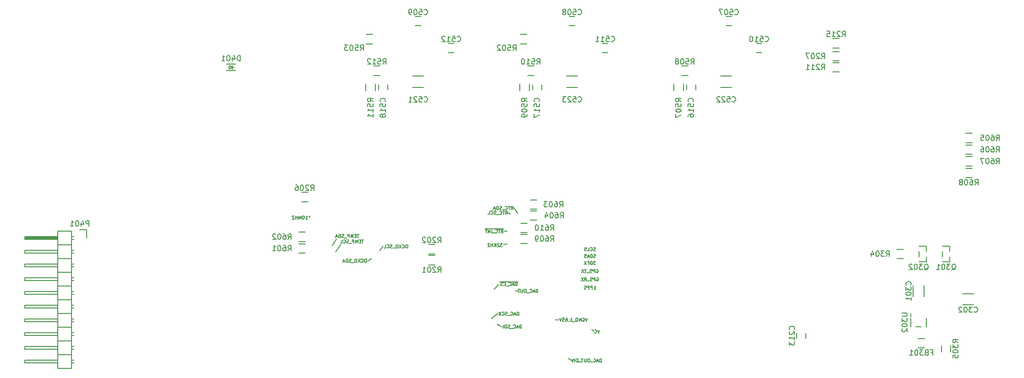
<source format=gbr>
G04 #@! TF.FileFunction,Legend,Bot*
%FSLAX46Y46*%
G04 Gerber Fmt 4.6, Leading zero omitted, Abs format (unit mm)*
G04 Created by KiCad (PCBNEW (2015-12-09 BZR 6195)-product) date Sun Feb 12 20:49:41 2017*
%MOMM*%
G01*
G04 APERTURE LIST*
%ADD10C,0.100000*%
%ADD11C,0.150000*%
%ADD12C,0.127000*%
%ADD13C,1.016000*%
%ADD14C,3.000000*%
%ADD15C,3.175000*%
%ADD16R,1.778000X1.778000*%
%ADD17C,2.200000*%
%ADD18C,1.778000*%
%ADD19C,2.540000*%
%ADD20R,1.600000X2.000000*%
%ADD21R,2.000000X1.600000*%
%ADD22C,5.080000*%
%ADD23R,3.000000X3.000000*%
%ADD24C,2.040000*%
%ADD25R,2.040000X2.040000*%
%ADD26C,1.250000*%
%ADD27R,1.300000X1.300000*%
%ADD28R,2.032000X2.032000*%
%ADD29O,2.032000X2.032000*%
%ADD30C,1.200000*%
%ADD31C,0.800000*%
%ADD32C,2.032000*%
%ADD33R,2.032000X1.727200*%
%ADD34O,2.032000X1.727200*%
%ADD35C,6.000000*%
%ADD36R,1.400000X0.600000*%
%ADD37R,1.000000X1.300000*%
%ADD38R,1.300000X1.000000*%
%ADD39R,1.250000X1.300000*%
%ADD40R,1.300000X1.250000*%
%ADD41R,1.500000X1.300000*%
%ADD42R,0.700000X1.200000*%
%ADD43R,1.260000X0.830000*%
%ADD44C,0.889000*%
%ADD45C,1.524000*%
%ADD46C,1.270000*%
G04 APERTURE END LIST*
D10*
D11*
X273939000Y-212090000D02*
X274955000Y-212090000D01*
D12*
X273418143Y-212361429D02*
X273618143Y-212075714D01*
X273761000Y-212361429D02*
X273761000Y-211761429D01*
X273532428Y-211761429D01*
X273475286Y-211790000D01*
X273446714Y-211818571D01*
X273418143Y-211875714D01*
X273418143Y-211961429D01*
X273446714Y-212018571D01*
X273475286Y-212047143D01*
X273532428Y-212075714D01*
X273761000Y-212075714D01*
X273246714Y-211761429D02*
X272903857Y-211761429D01*
X273075286Y-212361429D02*
X273075286Y-211761429D01*
X272361000Y-212304286D02*
X272389571Y-212332857D01*
X272475285Y-212361429D01*
X272532428Y-212361429D01*
X272618143Y-212332857D01*
X272675285Y-212275714D01*
X272703857Y-212218571D01*
X272732428Y-212104286D01*
X272732428Y-212018571D01*
X272703857Y-211904286D01*
X272675285Y-211847143D01*
X272618143Y-211790000D01*
X272532428Y-211761429D01*
X272475285Y-211761429D01*
X272389571Y-211790000D01*
X272361000Y-211818571D01*
X272246714Y-212418571D02*
X271789571Y-212418571D01*
X271646714Y-212361429D02*
X271646714Y-211761429D01*
X271361000Y-212361429D02*
X271361000Y-211761429D01*
X271018143Y-212361429D01*
X271018143Y-211761429D01*
X270818143Y-211761429D02*
X270475286Y-211761429D01*
X270646715Y-212361429D02*
X270646715Y-211761429D01*
X273903857Y-211658000D02*
X270418143Y-211658000D01*
D11*
X286258000Y-235966000D02*
X285369000Y-235331000D01*
D12*
X291907571Y-236237429D02*
X291907571Y-235637429D01*
X291764714Y-235637429D01*
X291678999Y-235666000D01*
X291621857Y-235723143D01*
X291593285Y-235780286D01*
X291564714Y-235894571D01*
X291564714Y-235980286D01*
X291593285Y-236094571D01*
X291621857Y-236151714D01*
X291678999Y-236208857D01*
X291764714Y-236237429D01*
X291907571Y-236237429D01*
X291336142Y-236066000D02*
X291050428Y-236066000D01*
X291393285Y-236237429D02*
X291193285Y-235637429D01*
X290993285Y-236237429D01*
X290450428Y-236180286D02*
X290478999Y-236208857D01*
X290564713Y-236237429D01*
X290621856Y-236237429D01*
X290707571Y-236208857D01*
X290764713Y-236151714D01*
X290793285Y-236094571D01*
X290821856Y-235980286D01*
X290821856Y-235894571D01*
X290793285Y-235780286D01*
X290764713Y-235723143D01*
X290707571Y-235666000D01*
X290621856Y-235637429D01*
X290564713Y-235637429D01*
X290478999Y-235666000D01*
X290450428Y-235694571D01*
X290336142Y-236294571D02*
X289878999Y-236294571D01*
X289621856Y-235637429D02*
X289507570Y-235637429D01*
X289450428Y-235666000D01*
X289393285Y-235723143D01*
X289364713Y-235837429D01*
X289364713Y-236037429D01*
X289393285Y-236151714D01*
X289450428Y-236208857D01*
X289507570Y-236237429D01*
X289621856Y-236237429D01*
X289678999Y-236208857D01*
X289736142Y-236151714D01*
X289764713Y-236037429D01*
X289764713Y-235837429D01*
X289736142Y-235723143D01*
X289678999Y-235666000D01*
X289621856Y-235637429D01*
X289107571Y-235637429D02*
X289107571Y-236123143D01*
X289078999Y-236180286D01*
X289050428Y-236208857D01*
X288993285Y-236237429D01*
X288878999Y-236237429D01*
X288821857Y-236208857D01*
X288793285Y-236180286D01*
X288764714Y-236123143D01*
X288764714Y-235637429D01*
X288564714Y-235637429D02*
X288221857Y-235637429D01*
X288393286Y-236237429D02*
X288393286Y-235637429D01*
X288164714Y-236294571D02*
X287707571Y-236294571D01*
X287564714Y-236237429D02*
X287564714Y-235637429D01*
X287421857Y-235637429D01*
X287336142Y-235666000D01*
X287279000Y-235723143D01*
X287250428Y-235780286D01*
X287221857Y-235894571D01*
X287221857Y-235980286D01*
X287250428Y-236094571D01*
X287279000Y-236151714D01*
X287336142Y-236208857D01*
X287421857Y-236237429D01*
X287564714Y-236237429D01*
X286964714Y-236237429D02*
X286964714Y-235637429D01*
X286764714Y-235637429D02*
X286564714Y-236237429D01*
X286364714Y-235637429D01*
D11*
X275717000Y-207772000D02*
X276733000Y-209169000D01*
D12*
X275226286Y-208043429D02*
X275426286Y-207757714D01*
X275569143Y-208043429D02*
X275569143Y-207443429D01*
X275340571Y-207443429D01*
X275283429Y-207472000D01*
X275254857Y-207500571D01*
X275226286Y-207557714D01*
X275226286Y-207643429D01*
X275254857Y-207700571D01*
X275283429Y-207729143D01*
X275340571Y-207757714D01*
X275569143Y-207757714D01*
X275054857Y-207443429D02*
X274712000Y-207443429D01*
X274883429Y-208043429D02*
X274883429Y-207443429D01*
X274169143Y-207986286D02*
X274197714Y-208014857D01*
X274283428Y-208043429D01*
X274340571Y-208043429D01*
X274426286Y-208014857D01*
X274483428Y-207957714D01*
X274512000Y-207900571D01*
X274540571Y-207786286D01*
X274540571Y-207700571D01*
X274512000Y-207586286D01*
X274483428Y-207529143D01*
X274426286Y-207472000D01*
X274340571Y-207443429D01*
X274283428Y-207443429D01*
X274197714Y-207472000D01*
X274169143Y-207500571D01*
X274054857Y-208100571D02*
X273597714Y-208100571D01*
X273483428Y-208014857D02*
X273397714Y-208043429D01*
X273254857Y-208043429D01*
X273197714Y-208014857D01*
X273169143Y-207986286D01*
X273140571Y-207929143D01*
X273140571Y-207872000D01*
X273169143Y-207814857D01*
X273197714Y-207786286D01*
X273254857Y-207757714D01*
X273369143Y-207729143D01*
X273426285Y-207700571D01*
X273454857Y-207672000D01*
X273483428Y-207614857D01*
X273483428Y-207557714D01*
X273454857Y-207500571D01*
X273426285Y-207472000D01*
X273369143Y-207443429D01*
X273226285Y-207443429D01*
X273140571Y-207472000D01*
X272883428Y-208043429D02*
X272883428Y-207443429D01*
X272740571Y-207443429D01*
X272654856Y-207472000D01*
X272597714Y-207529143D01*
X272569142Y-207586286D01*
X272540571Y-207700571D01*
X272540571Y-207786286D01*
X272569142Y-207900571D01*
X272597714Y-207957714D01*
X272654856Y-208014857D01*
X272740571Y-208043429D01*
X272883428Y-208043429D01*
X272311999Y-207872000D02*
X272026285Y-207872000D01*
X272369142Y-208043429D02*
X272169142Y-207443429D01*
X271969142Y-208043429D01*
D11*
X274701000Y-208661000D02*
X275463000Y-209169000D01*
D12*
X274196000Y-208932429D02*
X274396000Y-208646714D01*
X274538857Y-208932429D02*
X274538857Y-208332429D01*
X274310285Y-208332429D01*
X274253143Y-208361000D01*
X274224571Y-208389571D01*
X274196000Y-208446714D01*
X274196000Y-208532429D01*
X274224571Y-208589571D01*
X274253143Y-208618143D01*
X274310285Y-208646714D01*
X274538857Y-208646714D01*
X274024571Y-208332429D02*
X273681714Y-208332429D01*
X273853143Y-208932429D02*
X273853143Y-208332429D01*
X273138857Y-208875286D02*
X273167428Y-208903857D01*
X273253142Y-208932429D01*
X273310285Y-208932429D01*
X273396000Y-208903857D01*
X273453142Y-208846714D01*
X273481714Y-208789571D01*
X273510285Y-208675286D01*
X273510285Y-208589571D01*
X273481714Y-208475286D01*
X273453142Y-208418143D01*
X273396000Y-208361000D01*
X273310285Y-208332429D01*
X273253142Y-208332429D01*
X273167428Y-208361000D01*
X273138857Y-208389571D01*
X273024571Y-208989571D02*
X272567428Y-208989571D01*
X272453142Y-208903857D02*
X272367428Y-208932429D01*
X272224571Y-208932429D01*
X272167428Y-208903857D01*
X272138857Y-208875286D01*
X272110285Y-208818143D01*
X272110285Y-208761000D01*
X272138857Y-208703857D01*
X272167428Y-208675286D01*
X272224571Y-208646714D01*
X272338857Y-208618143D01*
X272395999Y-208589571D01*
X272424571Y-208561000D01*
X272453142Y-208503857D01*
X272453142Y-208446714D01*
X272424571Y-208389571D01*
X272395999Y-208361000D01*
X272338857Y-208332429D01*
X272195999Y-208332429D01*
X272110285Y-208361000D01*
X271510285Y-208875286D02*
X271538856Y-208903857D01*
X271624570Y-208932429D01*
X271681713Y-208932429D01*
X271767428Y-208903857D01*
X271824570Y-208846714D01*
X271853142Y-208789571D01*
X271881713Y-208675286D01*
X271881713Y-208589571D01*
X271853142Y-208475286D01*
X271824570Y-208418143D01*
X271767428Y-208361000D01*
X271681713Y-208332429D01*
X271624570Y-208332429D01*
X271538856Y-208361000D01*
X271510285Y-208389571D01*
X270967428Y-208932429D02*
X271253142Y-208932429D01*
X271253142Y-208332429D01*
D11*
X273812000Y-214630000D02*
X274955000Y-214249000D01*
D12*
X273673715Y-214301429D02*
X273302286Y-214301429D01*
X273502286Y-214530000D01*
X273416572Y-214530000D01*
X273359429Y-214558571D01*
X273330858Y-214587143D01*
X273302286Y-214644286D01*
X273302286Y-214787143D01*
X273330858Y-214844286D01*
X273359429Y-214872857D01*
X273416572Y-214901429D01*
X273588000Y-214901429D01*
X273645143Y-214872857D01*
X273673715Y-214844286D01*
X273073714Y-214358571D02*
X273045143Y-214330000D01*
X272988000Y-214301429D01*
X272845143Y-214301429D01*
X272788000Y-214330000D01*
X272759429Y-214358571D01*
X272730857Y-214415714D01*
X272730857Y-214472857D01*
X272759429Y-214558571D01*
X273102286Y-214901429D01*
X272730857Y-214901429D01*
X272473714Y-214901429D02*
X272473714Y-214301429D01*
X272130857Y-214901429D02*
X272388000Y-214558571D01*
X272130857Y-214301429D02*
X272473714Y-214644286D01*
X271873714Y-214901429D02*
X271873714Y-214301429D01*
X271873714Y-214587143D02*
X271530857Y-214587143D01*
X271530857Y-214901429D02*
X271530857Y-214301429D01*
X271302286Y-214301429D02*
X270902286Y-214301429D01*
X271302286Y-214901429D01*
X270902286Y-214901429D01*
D11*
X275590000Y-223139000D02*
X276479000Y-223139000D01*
D12*
X280184000Y-223410429D02*
X280184000Y-222810429D01*
X280041143Y-222810429D01*
X279955428Y-222839000D01*
X279898286Y-222896143D01*
X279869714Y-222953286D01*
X279841143Y-223067571D01*
X279841143Y-223153286D01*
X279869714Y-223267571D01*
X279898286Y-223324714D01*
X279955428Y-223381857D01*
X280041143Y-223410429D01*
X280184000Y-223410429D01*
X279612571Y-223239000D02*
X279326857Y-223239000D01*
X279669714Y-223410429D02*
X279469714Y-222810429D01*
X279269714Y-223410429D01*
X278726857Y-223353286D02*
X278755428Y-223381857D01*
X278841142Y-223410429D01*
X278898285Y-223410429D01*
X278984000Y-223381857D01*
X279041142Y-223324714D01*
X279069714Y-223267571D01*
X279098285Y-223153286D01*
X279098285Y-223067571D01*
X279069714Y-222953286D01*
X279041142Y-222896143D01*
X278984000Y-222839000D01*
X278898285Y-222810429D01*
X278841142Y-222810429D01*
X278755428Y-222839000D01*
X278726857Y-222867571D01*
X278612571Y-223467571D02*
X278155428Y-223467571D01*
X277898285Y-222810429D02*
X277783999Y-222810429D01*
X277726857Y-222839000D01*
X277669714Y-222896143D01*
X277641142Y-223010429D01*
X277641142Y-223210429D01*
X277669714Y-223324714D01*
X277726857Y-223381857D01*
X277783999Y-223410429D01*
X277898285Y-223410429D01*
X277955428Y-223381857D01*
X278012571Y-223324714D01*
X278041142Y-223210429D01*
X278041142Y-223010429D01*
X278012571Y-222896143D01*
X277955428Y-222839000D01*
X277898285Y-222810429D01*
X277384000Y-222810429D02*
X277384000Y-223296143D01*
X277355428Y-223353286D01*
X277326857Y-223381857D01*
X277269714Y-223410429D01*
X277155428Y-223410429D01*
X277098286Y-223381857D01*
X277069714Y-223353286D01*
X277041143Y-223296143D01*
X277041143Y-222810429D01*
X276841143Y-222810429D02*
X276498286Y-222810429D01*
X276669715Y-223410429D02*
X276669715Y-222810429D01*
D11*
X282956000Y-228473000D02*
X283972000Y-228473000D01*
D12*
X289366000Y-228144429D02*
X289166000Y-228744429D01*
X288966000Y-228144429D01*
X288451714Y-228173000D02*
X288508857Y-228144429D01*
X288594571Y-228144429D01*
X288680286Y-228173000D01*
X288737428Y-228230143D01*
X288766000Y-228287286D01*
X288794571Y-228401571D01*
X288794571Y-228487286D01*
X288766000Y-228601571D01*
X288737428Y-228658714D01*
X288680286Y-228715857D01*
X288594571Y-228744429D01*
X288537428Y-228744429D01*
X288451714Y-228715857D01*
X288423143Y-228687286D01*
X288423143Y-228487286D01*
X288537428Y-228487286D01*
X288166000Y-228744429D02*
X288166000Y-228144429D01*
X287823143Y-228744429D01*
X287823143Y-228144429D01*
X287537429Y-228744429D02*
X287537429Y-228144429D01*
X287394572Y-228144429D01*
X287308857Y-228173000D01*
X287251715Y-228230143D01*
X287223143Y-228287286D01*
X287194572Y-228401571D01*
X287194572Y-228487286D01*
X287223143Y-228601571D01*
X287251715Y-228658714D01*
X287308857Y-228715857D01*
X287394572Y-228744429D01*
X287537429Y-228744429D01*
X287080286Y-228801571D02*
X286623143Y-228801571D01*
X286166000Y-228744429D02*
X286508857Y-228744429D01*
X286337429Y-228744429D02*
X286337429Y-228144429D01*
X286394572Y-228230143D01*
X286451714Y-228287286D01*
X286508857Y-228315857D01*
X285908857Y-228687286D02*
X285880285Y-228715857D01*
X285908857Y-228744429D01*
X285937428Y-228715857D01*
X285908857Y-228687286D01*
X285908857Y-228744429D01*
X285366000Y-228144429D02*
X285480286Y-228144429D01*
X285537429Y-228173000D01*
X285566000Y-228201571D01*
X285623143Y-228287286D01*
X285651714Y-228401571D01*
X285651714Y-228630143D01*
X285623143Y-228687286D01*
X285594571Y-228715857D01*
X285537429Y-228744429D01*
X285423143Y-228744429D01*
X285366000Y-228715857D01*
X285337429Y-228687286D01*
X285308857Y-228630143D01*
X285308857Y-228487286D01*
X285337429Y-228430143D01*
X285366000Y-228401571D01*
X285423143Y-228373000D01*
X285537429Y-228373000D01*
X285594571Y-228401571D01*
X285623143Y-228430143D01*
X285651714Y-228487286D01*
X284766000Y-228144429D02*
X285051714Y-228144429D01*
X285080285Y-228430143D01*
X285051714Y-228401571D01*
X284994571Y-228373000D01*
X284851714Y-228373000D01*
X284794571Y-228401571D01*
X284766000Y-228430143D01*
X284737428Y-228487286D01*
X284737428Y-228630143D01*
X284766000Y-228687286D01*
X284794571Y-228715857D01*
X284851714Y-228744429D01*
X284994571Y-228744429D01*
X285051714Y-228715857D01*
X285080285Y-228687286D01*
X284565999Y-228144429D02*
X284365999Y-228744429D01*
X284165999Y-228144429D01*
D11*
X290576000Y-230632000D02*
X289687000Y-229997000D01*
X238506000Y-208915000D02*
X237871000Y-209550000D01*
X249809000Y-216916000D02*
X248793000Y-217551000D01*
X251587000Y-214884000D02*
X250698000Y-216027000D01*
X271272000Y-228600000D02*
X272796000Y-227330000D01*
X272288000Y-229108000D02*
X273558000Y-229743000D01*
X271780000Y-223139000D02*
X273050000Y-221869000D01*
X243840000Y-214503000D02*
X242570000Y-216281000D01*
X242951000Y-213487000D02*
X241935000Y-215138000D01*
D12*
X248014857Y-213666429D02*
X247672000Y-213666429D01*
X247843429Y-214266429D02*
X247843429Y-213666429D01*
X247472000Y-213952143D02*
X247272000Y-213952143D01*
X247186286Y-214266429D02*
X247472000Y-214266429D01*
X247472000Y-213666429D01*
X247186286Y-213666429D01*
X246929143Y-214266429D02*
X246929143Y-213666429D01*
X246729143Y-214095000D01*
X246529143Y-213666429D01*
X246529143Y-214266429D01*
X246243429Y-214266429D02*
X246243429Y-213666429D01*
X246014857Y-213666429D01*
X245957715Y-213695000D01*
X245929143Y-213723571D01*
X245900572Y-213780714D01*
X245900572Y-213866429D01*
X245929143Y-213923571D01*
X245957715Y-213952143D01*
X246014857Y-213980714D01*
X246243429Y-213980714D01*
X245786286Y-214323571D02*
X245329143Y-214323571D01*
X245214857Y-214237857D02*
X245129143Y-214266429D01*
X244986286Y-214266429D01*
X244929143Y-214237857D01*
X244900572Y-214209286D01*
X244872000Y-214152143D01*
X244872000Y-214095000D01*
X244900572Y-214037857D01*
X244929143Y-214009286D01*
X244986286Y-213980714D01*
X245100572Y-213952143D01*
X245157714Y-213923571D01*
X245186286Y-213895000D01*
X245214857Y-213837857D01*
X245214857Y-213780714D01*
X245186286Y-213723571D01*
X245157714Y-213695000D01*
X245100572Y-213666429D01*
X244957714Y-213666429D01*
X244872000Y-213695000D01*
X244272000Y-214209286D02*
X244300571Y-214237857D01*
X244386285Y-214266429D01*
X244443428Y-214266429D01*
X244529143Y-214237857D01*
X244586285Y-214180714D01*
X244614857Y-214123571D01*
X244643428Y-214009286D01*
X244643428Y-213923571D01*
X244614857Y-213809286D01*
X244586285Y-213752143D01*
X244529143Y-213695000D01*
X244443428Y-213666429D01*
X244386285Y-213666429D01*
X244300571Y-213695000D01*
X244272000Y-213723571D01*
X243729143Y-214266429D02*
X244014857Y-214266429D01*
X244014857Y-213666429D01*
X247140143Y-212650429D02*
X246797286Y-212650429D01*
X246968715Y-213250429D02*
X246968715Y-212650429D01*
X246597286Y-212936143D02*
X246397286Y-212936143D01*
X246311572Y-213250429D02*
X246597286Y-213250429D01*
X246597286Y-212650429D01*
X246311572Y-212650429D01*
X246054429Y-213250429D02*
X246054429Y-212650429D01*
X245854429Y-213079000D01*
X245654429Y-212650429D01*
X245654429Y-213250429D01*
X245368715Y-213250429D02*
X245368715Y-212650429D01*
X245140143Y-212650429D01*
X245083001Y-212679000D01*
X245054429Y-212707571D01*
X245025858Y-212764714D01*
X245025858Y-212850429D01*
X245054429Y-212907571D01*
X245083001Y-212936143D01*
X245140143Y-212964714D01*
X245368715Y-212964714D01*
X244911572Y-213307571D02*
X244454429Y-213307571D01*
X244340143Y-213221857D02*
X244254429Y-213250429D01*
X244111572Y-213250429D01*
X244054429Y-213221857D01*
X244025858Y-213193286D01*
X243997286Y-213136143D01*
X243997286Y-213079000D01*
X244025858Y-213021857D01*
X244054429Y-212993286D01*
X244111572Y-212964714D01*
X244225858Y-212936143D01*
X244283000Y-212907571D01*
X244311572Y-212879000D01*
X244340143Y-212821857D01*
X244340143Y-212764714D01*
X244311572Y-212707571D01*
X244283000Y-212679000D01*
X244225858Y-212650429D01*
X244083000Y-212650429D01*
X243997286Y-212679000D01*
X243740143Y-213250429D02*
X243740143Y-212650429D01*
X243597286Y-212650429D01*
X243511571Y-212679000D01*
X243454429Y-212736143D01*
X243425857Y-212793286D01*
X243397286Y-212907571D01*
X243397286Y-212993286D01*
X243425857Y-213107571D01*
X243454429Y-213164714D01*
X243511571Y-213221857D01*
X243597286Y-213250429D01*
X243740143Y-213250429D01*
X243168714Y-213079000D02*
X242883000Y-213079000D01*
X243225857Y-213250429D02*
X243025857Y-212650429D01*
X242825857Y-213250429D01*
X237277143Y-209821429D02*
X237620000Y-209821429D01*
X237448572Y-209821429D02*
X237448572Y-209221429D01*
X237505715Y-209307143D01*
X237562857Y-209364286D01*
X237620000Y-209392857D01*
X236905714Y-209221429D02*
X236848571Y-209221429D01*
X236791428Y-209250000D01*
X236762857Y-209278571D01*
X236734286Y-209335714D01*
X236705714Y-209450000D01*
X236705714Y-209592857D01*
X236734286Y-209707143D01*
X236762857Y-209764286D01*
X236791428Y-209792857D01*
X236848571Y-209821429D01*
X236905714Y-209821429D01*
X236962857Y-209792857D01*
X236991428Y-209764286D01*
X237020000Y-209707143D01*
X237048571Y-209592857D01*
X237048571Y-209450000D01*
X237020000Y-209335714D01*
X236991428Y-209278571D01*
X236962857Y-209250000D01*
X236905714Y-209221429D01*
X236448571Y-209821429D02*
X236448571Y-209221429D01*
X236248571Y-209650000D01*
X236048571Y-209221429D01*
X236048571Y-209821429D01*
X235762857Y-209821429D02*
X235762857Y-209221429D01*
X235762857Y-209507143D02*
X235420000Y-209507143D01*
X235420000Y-209821429D02*
X235420000Y-209221429D01*
X235191429Y-209221429D02*
X234791429Y-209221429D01*
X235191429Y-209821429D01*
X234791429Y-209821429D01*
X248408571Y-217222429D02*
X248294285Y-217222429D01*
X248237143Y-217251000D01*
X248180000Y-217308143D01*
X248151428Y-217422429D01*
X248151428Y-217622429D01*
X248180000Y-217736714D01*
X248237143Y-217793857D01*
X248294285Y-217822429D01*
X248408571Y-217822429D01*
X248465714Y-217793857D01*
X248522857Y-217736714D01*
X248551428Y-217622429D01*
X248551428Y-217422429D01*
X248522857Y-217308143D01*
X248465714Y-217251000D01*
X248408571Y-217222429D01*
X247551429Y-217765286D02*
X247580000Y-217793857D01*
X247665714Y-217822429D01*
X247722857Y-217822429D01*
X247808572Y-217793857D01*
X247865714Y-217736714D01*
X247894286Y-217679571D01*
X247922857Y-217565286D01*
X247922857Y-217479571D01*
X247894286Y-217365286D01*
X247865714Y-217308143D01*
X247808572Y-217251000D01*
X247722857Y-217222429D01*
X247665714Y-217222429D01*
X247580000Y-217251000D01*
X247551429Y-217279571D01*
X247351429Y-217222429D02*
X246951429Y-217822429D01*
X246951429Y-217222429D02*
X247351429Y-217822429D01*
X246608571Y-217222429D02*
X246494285Y-217222429D01*
X246437143Y-217251000D01*
X246380000Y-217308143D01*
X246351428Y-217422429D01*
X246351428Y-217622429D01*
X246380000Y-217736714D01*
X246437143Y-217793857D01*
X246494285Y-217822429D01*
X246608571Y-217822429D01*
X246665714Y-217793857D01*
X246722857Y-217736714D01*
X246751428Y-217622429D01*
X246751428Y-217422429D01*
X246722857Y-217308143D01*
X246665714Y-217251000D01*
X246608571Y-217222429D01*
X246237143Y-217879571D02*
X245780000Y-217879571D01*
X245665714Y-217793857D02*
X245580000Y-217822429D01*
X245437143Y-217822429D01*
X245380000Y-217793857D01*
X245351429Y-217765286D01*
X245322857Y-217708143D01*
X245322857Y-217651000D01*
X245351429Y-217593857D01*
X245380000Y-217565286D01*
X245437143Y-217536714D01*
X245551429Y-217508143D01*
X245608571Y-217479571D01*
X245637143Y-217451000D01*
X245665714Y-217393857D01*
X245665714Y-217336714D01*
X245637143Y-217279571D01*
X245608571Y-217251000D01*
X245551429Y-217222429D01*
X245408571Y-217222429D01*
X245322857Y-217251000D01*
X245065714Y-217822429D02*
X245065714Y-217222429D01*
X244922857Y-217222429D01*
X244837142Y-217251000D01*
X244780000Y-217308143D01*
X244751428Y-217365286D01*
X244722857Y-217479571D01*
X244722857Y-217565286D01*
X244751428Y-217679571D01*
X244780000Y-217736714D01*
X244837142Y-217793857D01*
X244922857Y-217822429D01*
X245065714Y-217822429D01*
X244494285Y-217651000D02*
X244208571Y-217651000D01*
X244551428Y-217822429D02*
X244351428Y-217222429D01*
X244151428Y-217822429D01*
X256014285Y-214555429D02*
X255899999Y-214555429D01*
X255842857Y-214584000D01*
X255785714Y-214641143D01*
X255757142Y-214755429D01*
X255757142Y-214955429D01*
X255785714Y-215069714D01*
X255842857Y-215126857D01*
X255899999Y-215155429D01*
X256014285Y-215155429D01*
X256071428Y-215126857D01*
X256128571Y-215069714D01*
X256157142Y-214955429D01*
X256157142Y-214755429D01*
X256128571Y-214641143D01*
X256071428Y-214584000D01*
X256014285Y-214555429D01*
X255157143Y-215098286D02*
X255185714Y-215126857D01*
X255271428Y-215155429D01*
X255328571Y-215155429D01*
X255414286Y-215126857D01*
X255471428Y-215069714D01*
X255500000Y-215012571D01*
X255528571Y-214898286D01*
X255528571Y-214812571D01*
X255500000Y-214698286D01*
X255471428Y-214641143D01*
X255414286Y-214584000D01*
X255328571Y-214555429D01*
X255271428Y-214555429D01*
X255185714Y-214584000D01*
X255157143Y-214612571D01*
X254957143Y-214555429D02*
X254557143Y-215155429D01*
X254557143Y-214555429D02*
X254957143Y-215155429D01*
X254214285Y-214555429D02*
X254099999Y-214555429D01*
X254042857Y-214584000D01*
X253985714Y-214641143D01*
X253957142Y-214755429D01*
X253957142Y-214955429D01*
X253985714Y-215069714D01*
X254042857Y-215126857D01*
X254099999Y-215155429D01*
X254214285Y-215155429D01*
X254271428Y-215126857D01*
X254328571Y-215069714D01*
X254357142Y-214955429D01*
X254357142Y-214755429D01*
X254328571Y-214641143D01*
X254271428Y-214584000D01*
X254214285Y-214555429D01*
X253842857Y-215212571D02*
X253385714Y-215212571D01*
X253271428Y-215126857D02*
X253185714Y-215155429D01*
X253042857Y-215155429D01*
X252985714Y-215126857D01*
X252957143Y-215098286D01*
X252928571Y-215041143D01*
X252928571Y-214984000D01*
X252957143Y-214926857D01*
X252985714Y-214898286D01*
X253042857Y-214869714D01*
X253157143Y-214841143D01*
X253214285Y-214812571D01*
X253242857Y-214784000D01*
X253271428Y-214726857D01*
X253271428Y-214669714D01*
X253242857Y-214612571D01*
X253214285Y-214584000D01*
X253157143Y-214555429D01*
X253014285Y-214555429D01*
X252928571Y-214584000D01*
X252328571Y-215098286D02*
X252357142Y-215126857D01*
X252442856Y-215155429D01*
X252499999Y-215155429D01*
X252585714Y-215126857D01*
X252642856Y-215069714D01*
X252671428Y-215012571D01*
X252699999Y-214898286D01*
X252699999Y-214812571D01*
X252671428Y-214698286D01*
X252642856Y-214641143D01*
X252585714Y-214584000D01*
X252499999Y-214555429D01*
X252442856Y-214555429D01*
X252357142Y-214584000D01*
X252328571Y-214612571D01*
X251785714Y-215155429D02*
X252071428Y-215155429D01*
X252071428Y-214555429D01*
X290528286Y-222775429D02*
X290871143Y-222775429D01*
X290699715Y-222775429D02*
X290699715Y-222175429D01*
X290756858Y-222261143D01*
X290814000Y-222318286D01*
X290871143Y-222346857D01*
X290271143Y-222775429D02*
X290271143Y-222175429D01*
X290042571Y-222175429D01*
X289985429Y-222204000D01*
X289956857Y-222232571D01*
X289928286Y-222289714D01*
X289928286Y-222375429D01*
X289956857Y-222432571D01*
X289985429Y-222461143D01*
X290042571Y-222489714D01*
X290271143Y-222489714D01*
X289671143Y-222775429D02*
X289671143Y-222175429D01*
X289442571Y-222175429D01*
X289385429Y-222204000D01*
X289356857Y-222232571D01*
X289328286Y-222289714D01*
X289328286Y-222375429D01*
X289356857Y-222432571D01*
X289385429Y-222461143D01*
X289442571Y-222489714D01*
X289671143Y-222489714D01*
X289099714Y-222746857D02*
X289014000Y-222775429D01*
X288871143Y-222775429D01*
X288814000Y-222746857D01*
X288785429Y-222718286D01*
X288756857Y-222661143D01*
X288756857Y-222604000D01*
X288785429Y-222546857D01*
X288814000Y-222518286D01*
X288871143Y-222489714D01*
X288985429Y-222461143D01*
X289042571Y-222432571D01*
X289071143Y-222404000D01*
X289099714Y-222346857D01*
X289099714Y-222289714D01*
X289071143Y-222232571D01*
X289042571Y-222204000D01*
X288985429Y-222175429D01*
X288842571Y-222175429D01*
X288756857Y-222204000D01*
X291056857Y-220680000D02*
X291114000Y-220651429D01*
X291199714Y-220651429D01*
X291285429Y-220680000D01*
X291342571Y-220737143D01*
X291371143Y-220794286D01*
X291399714Y-220908571D01*
X291399714Y-220994286D01*
X291371143Y-221108571D01*
X291342571Y-221165714D01*
X291285429Y-221222857D01*
X291199714Y-221251429D01*
X291142571Y-221251429D01*
X291056857Y-221222857D01*
X291028286Y-221194286D01*
X291028286Y-220994286D01*
X291142571Y-220994286D01*
X290771143Y-221251429D02*
X290771143Y-220651429D01*
X290542571Y-220651429D01*
X290485429Y-220680000D01*
X290456857Y-220708571D01*
X290428286Y-220765714D01*
X290428286Y-220851429D01*
X290456857Y-220908571D01*
X290485429Y-220937143D01*
X290542571Y-220965714D01*
X290771143Y-220965714D01*
X290199714Y-221222857D02*
X290114000Y-221251429D01*
X289971143Y-221251429D01*
X289914000Y-221222857D01*
X289885429Y-221194286D01*
X289856857Y-221137143D01*
X289856857Y-221080000D01*
X289885429Y-221022857D01*
X289914000Y-220994286D01*
X289971143Y-220965714D01*
X290085429Y-220937143D01*
X290142571Y-220908571D01*
X290171143Y-220880000D01*
X290199714Y-220822857D01*
X290199714Y-220765714D01*
X290171143Y-220708571D01*
X290142571Y-220680000D01*
X290085429Y-220651429D01*
X289942571Y-220651429D01*
X289856857Y-220680000D01*
X289742571Y-221308571D02*
X289285428Y-221308571D01*
X288799714Y-221251429D02*
X288999714Y-220965714D01*
X289142571Y-221251429D02*
X289142571Y-220651429D01*
X288913999Y-220651429D01*
X288856857Y-220680000D01*
X288828285Y-220708571D01*
X288799714Y-220765714D01*
X288799714Y-220851429D01*
X288828285Y-220908571D01*
X288856857Y-220937143D01*
X288913999Y-220965714D01*
X289142571Y-220965714D01*
X288599714Y-220651429D02*
X288199714Y-221251429D01*
X288199714Y-220651429D02*
X288599714Y-221251429D01*
X290985429Y-219156000D02*
X291042572Y-219127429D01*
X291128286Y-219127429D01*
X291214001Y-219156000D01*
X291271143Y-219213143D01*
X291299715Y-219270286D01*
X291328286Y-219384571D01*
X291328286Y-219470286D01*
X291299715Y-219584571D01*
X291271143Y-219641714D01*
X291214001Y-219698857D01*
X291128286Y-219727429D01*
X291071143Y-219727429D01*
X290985429Y-219698857D01*
X290956858Y-219670286D01*
X290956858Y-219470286D01*
X291071143Y-219470286D01*
X290699715Y-219727429D02*
X290699715Y-219127429D01*
X290471143Y-219127429D01*
X290414001Y-219156000D01*
X290385429Y-219184571D01*
X290356858Y-219241714D01*
X290356858Y-219327429D01*
X290385429Y-219384571D01*
X290414001Y-219413143D01*
X290471143Y-219441714D01*
X290699715Y-219441714D01*
X290128286Y-219698857D02*
X290042572Y-219727429D01*
X289899715Y-219727429D01*
X289842572Y-219698857D01*
X289814001Y-219670286D01*
X289785429Y-219613143D01*
X289785429Y-219556000D01*
X289814001Y-219498857D01*
X289842572Y-219470286D01*
X289899715Y-219441714D01*
X290014001Y-219413143D01*
X290071143Y-219384571D01*
X290099715Y-219356000D01*
X290128286Y-219298857D01*
X290128286Y-219241714D01*
X290099715Y-219184571D01*
X290071143Y-219156000D01*
X290014001Y-219127429D01*
X289871143Y-219127429D01*
X289785429Y-219156000D01*
X289671143Y-219784571D02*
X289214000Y-219784571D01*
X289156857Y-219127429D02*
X288814000Y-219127429D01*
X288985429Y-219727429D02*
X288985429Y-219127429D01*
X288671143Y-219127429D02*
X288271143Y-219727429D01*
X288271143Y-219127429D02*
X288671143Y-219727429D01*
X290856858Y-217603429D02*
X290485429Y-217603429D01*
X290685429Y-217832000D01*
X290599715Y-217832000D01*
X290542572Y-217860571D01*
X290514001Y-217889143D01*
X290485429Y-217946286D01*
X290485429Y-218089143D01*
X290514001Y-218146286D01*
X290542572Y-218174857D01*
X290599715Y-218203429D01*
X290771143Y-218203429D01*
X290828286Y-218174857D01*
X290856858Y-218146286D01*
X290228286Y-218203429D02*
X290228286Y-217603429D01*
X290085429Y-217603429D01*
X289999714Y-217632000D01*
X289942572Y-217689143D01*
X289914000Y-217746286D01*
X289885429Y-217860571D01*
X289885429Y-217946286D01*
X289914000Y-218060571D01*
X289942572Y-218117714D01*
X289999714Y-218174857D01*
X290085429Y-218203429D01*
X290228286Y-218203429D01*
X289428286Y-217889143D02*
X289628286Y-217889143D01*
X289628286Y-218203429D02*
X289628286Y-217603429D01*
X289342572Y-217603429D01*
X289171143Y-217603429D02*
X288771143Y-218203429D01*
X288771143Y-217603429D02*
X289171143Y-218203429D01*
X290828286Y-216904857D02*
X290742572Y-216933429D01*
X290599715Y-216933429D01*
X290542572Y-216904857D01*
X290514001Y-216876286D01*
X290485429Y-216819143D01*
X290485429Y-216762000D01*
X290514001Y-216704857D01*
X290542572Y-216676286D01*
X290599715Y-216647714D01*
X290714001Y-216619143D01*
X290771143Y-216590571D01*
X290799715Y-216562000D01*
X290828286Y-216504857D01*
X290828286Y-216447714D01*
X290799715Y-216390571D01*
X290771143Y-216362000D01*
X290714001Y-216333429D01*
X290571143Y-216333429D01*
X290485429Y-216362000D01*
X290228286Y-216933429D02*
X290228286Y-216333429D01*
X290085429Y-216333429D01*
X289999714Y-216362000D01*
X289942572Y-216419143D01*
X289914000Y-216476286D01*
X289885429Y-216590571D01*
X289885429Y-216676286D01*
X289914000Y-216790571D01*
X289942572Y-216847714D01*
X289999714Y-216904857D01*
X290085429Y-216933429D01*
X290228286Y-216933429D01*
X289656857Y-216762000D02*
X289371143Y-216762000D01*
X289714000Y-216933429D02*
X289514000Y-216333429D01*
X289314000Y-216933429D01*
X288828286Y-216333429D02*
X289114000Y-216333429D01*
X289142571Y-216619143D01*
X289114000Y-216590571D01*
X289056857Y-216562000D01*
X288914000Y-216562000D01*
X288856857Y-216590571D01*
X288828286Y-216619143D01*
X288799714Y-216676286D01*
X288799714Y-216819143D01*
X288828286Y-216876286D01*
X288856857Y-216904857D01*
X288914000Y-216933429D01*
X289056857Y-216933429D01*
X289114000Y-216904857D01*
X289142571Y-216876286D01*
X290814000Y-215634857D02*
X290728286Y-215663429D01*
X290585429Y-215663429D01*
X290528286Y-215634857D01*
X290499715Y-215606286D01*
X290471143Y-215549143D01*
X290471143Y-215492000D01*
X290499715Y-215434857D01*
X290528286Y-215406286D01*
X290585429Y-215377714D01*
X290699715Y-215349143D01*
X290756857Y-215320571D01*
X290785429Y-215292000D01*
X290814000Y-215234857D01*
X290814000Y-215177714D01*
X290785429Y-215120571D01*
X290756857Y-215092000D01*
X290699715Y-215063429D01*
X290556857Y-215063429D01*
X290471143Y-215092000D01*
X289871143Y-215606286D02*
X289899714Y-215634857D01*
X289985428Y-215663429D01*
X290042571Y-215663429D01*
X290128286Y-215634857D01*
X290185428Y-215577714D01*
X290214000Y-215520571D01*
X290242571Y-215406286D01*
X290242571Y-215320571D01*
X290214000Y-215206286D01*
X290185428Y-215149143D01*
X290128286Y-215092000D01*
X290042571Y-215063429D01*
X289985428Y-215063429D01*
X289899714Y-215092000D01*
X289871143Y-215120571D01*
X289328286Y-215663429D02*
X289614000Y-215663429D01*
X289614000Y-215063429D01*
X288842572Y-215063429D02*
X289128286Y-215063429D01*
X289156857Y-215349143D01*
X289128286Y-215320571D01*
X289071143Y-215292000D01*
X288928286Y-215292000D01*
X288871143Y-215320571D01*
X288842572Y-215349143D01*
X288814000Y-215406286D01*
X288814000Y-215549143D01*
X288842572Y-215606286D01*
X288871143Y-215634857D01*
X288928286Y-215663429D01*
X289071143Y-215663429D01*
X289128286Y-215634857D01*
X289156857Y-215606286D01*
X276356572Y-222140429D02*
X276356572Y-221540429D01*
X276213715Y-221540429D01*
X276128000Y-221569000D01*
X276070858Y-221626143D01*
X276042286Y-221683286D01*
X276013715Y-221797571D01*
X276013715Y-221883286D01*
X276042286Y-221997571D01*
X276070858Y-222054714D01*
X276128000Y-222111857D01*
X276213715Y-222140429D01*
X276356572Y-222140429D01*
X275785143Y-221969000D02*
X275499429Y-221969000D01*
X275842286Y-222140429D02*
X275642286Y-221540429D01*
X275442286Y-222140429D01*
X274899429Y-222083286D02*
X274928000Y-222111857D01*
X275013714Y-222140429D01*
X275070857Y-222140429D01*
X275156572Y-222111857D01*
X275213714Y-222054714D01*
X275242286Y-221997571D01*
X275270857Y-221883286D01*
X275270857Y-221797571D01*
X275242286Y-221683286D01*
X275213714Y-221626143D01*
X275156572Y-221569000D01*
X275070857Y-221540429D01*
X275013714Y-221540429D01*
X274928000Y-221569000D01*
X274899429Y-221597571D01*
X274785143Y-222197571D02*
X274328000Y-222197571D01*
X273842286Y-222083286D02*
X273870857Y-222111857D01*
X273956571Y-222140429D01*
X274013714Y-222140429D01*
X274099429Y-222111857D01*
X274156571Y-222054714D01*
X274185143Y-221997571D01*
X274213714Y-221883286D01*
X274213714Y-221797571D01*
X274185143Y-221683286D01*
X274156571Y-221626143D01*
X274099429Y-221569000D01*
X274013714Y-221540429D01*
X273956571Y-221540429D01*
X273870857Y-221569000D01*
X273842286Y-221597571D01*
X273613714Y-222111857D02*
X273528000Y-222140429D01*
X273385143Y-222140429D01*
X273328000Y-222111857D01*
X273299429Y-222083286D01*
X273270857Y-222026143D01*
X273270857Y-221969000D01*
X273299429Y-221911857D01*
X273328000Y-221883286D01*
X273385143Y-221854714D01*
X273499429Y-221826143D01*
X273556571Y-221797571D01*
X273585143Y-221769000D01*
X273613714Y-221711857D01*
X273613714Y-221654714D01*
X273585143Y-221597571D01*
X273556571Y-221569000D01*
X273499429Y-221540429D01*
X273356571Y-221540429D01*
X273270857Y-221569000D01*
X276499429Y-221437000D02*
X273156571Y-221437000D01*
X276656572Y-227601429D02*
X276656572Y-227001429D01*
X276513715Y-227001429D01*
X276428000Y-227030000D01*
X276370858Y-227087143D01*
X276342286Y-227144286D01*
X276313715Y-227258571D01*
X276313715Y-227344286D01*
X276342286Y-227458571D01*
X276370858Y-227515714D01*
X276428000Y-227572857D01*
X276513715Y-227601429D01*
X276656572Y-227601429D01*
X276085143Y-227430000D02*
X275799429Y-227430000D01*
X276142286Y-227601429D02*
X275942286Y-227001429D01*
X275742286Y-227601429D01*
X275199429Y-227544286D02*
X275228000Y-227572857D01*
X275313714Y-227601429D01*
X275370857Y-227601429D01*
X275456572Y-227572857D01*
X275513714Y-227515714D01*
X275542286Y-227458571D01*
X275570857Y-227344286D01*
X275570857Y-227258571D01*
X275542286Y-227144286D01*
X275513714Y-227087143D01*
X275456572Y-227030000D01*
X275370857Y-227001429D01*
X275313714Y-227001429D01*
X275228000Y-227030000D01*
X275199429Y-227058571D01*
X275085143Y-227658571D02*
X274628000Y-227658571D01*
X274513714Y-227572857D02*
X274428000Y-227601429D01*
X274285143Y-227601429D01*
X274228000Y-227572857D01*
X274199429Y-227544286D01*
X274170857Y-227487143D01*
X274170857Y-227430000D01*
X274199429Y-227372857D01*
X274228000Y-227344286D01*
X274285143Y-227315714D01*
X274399429Y-227287143D01*
X274456571Y-227258571D01*
X274485143Y-227230000D01*
X274513714Y-227172857D01*
X274513714Y-227115714D01*
X274485143Y-227058571D01*
X274456571Y-227030000D01*
X274399429Y-227001429D01*
X274256571Y-227001429D01*
X274170857Y-227030000D01*
X273570857Y-227544286D02*
X273599428Y-227572857D01*
X273685142Y-227601429D01*
X273742285Y-227601429D01*
X273828000Y-227572857D01*
X273885142Y-227515714D01*
X273913714Y-227458571D01*
X273942285Y-227344286D01*
X273942285Y-227258571D01*
X273913714Y-227144286D01*
X273885142Y-227087143D01*
X273828000Y-227030000D01*
X273742285Y-227001429D01*
X273685142Y-227001429D01*
X273599428Y-227030000D01*
X273570857Y-227058571D01*
X273313714Y-227601429D02*
X273313714Y-227001429D01*
X272970857Y-227601429D02*
X273228000Y-227258571D01*
X272970857Y-227001429D02*
X273313714Y-227344286D01*
X277134429Y-230014429D02*
X277134429Y-229414429D01*
X276991572Y-229414429D01*
X276905857Y-229443000D01*
X276848715Y-229500143D01*
X276820143Y-229557286D01*
X276791572Y-229671571D01*
X276791572Y-229757286D01*
X276820143Y-229871571D01*
X276848715Y-229928714D01*
X276905857Y-229985857D01*
X276991572Y-230014429D01*
X277134429Y-230014429D01*
X276563000Y-229843000D02*
X276277286Y-229843000D01*
X276620143Y-230014429D02*
X276420143Y-229414429D01*
X276220143Y-230014429D01*
X275677286Y-229957286D02*
X275705857Y-229985857D01*
X275791571Y-230014429D01*
X275848714Y-230014429D01*
X275934429Y-229985857D01*
X275991571Y-229928714D01*
X276020143Y-229871571D01*
X276048714Y-229757286D01*
X276048714Y-229671571D01*
X276020143Y-229557286D01*
X275991571Y-229500143D01*
X275934429Y-229443000D01*
X275848714Y-229414429D01*
X275791571Y-229414429D01*
X275705857Y-229443000D01*
X275677286Y-229471571D01*
X275563000Y-230071571D02*
X275105857Y-230071571D01*
X274991571Y-229985857D02*
X274905857Y-230014429D01*
X274763000Y-230014429D01*
X274705857Y-229985857D01*
X274677286Y-229957286D01*
X274648714Y-229900143D01*
X274648714Y-229843000D01*
X274677286Y-229785857D01*
X274705857Y-229757286D01*
X274763000Y-229728714D01*
X274877286Y-229700143D01*
X274934428Y-229671571D01*
X274963000Y-229643000D01*
X274991571Y-229585857D01*
X274991571Y-229528714D01*
X274963000Y-229471571D01*
X274934428Y-229443000D01*
X274877286Y-229414429D01*
X274734428Y-229414429D01*
X274648714Y-229443000D01*
X274391571Y-230014429D02*
X274391571Y-229414429D01*
X274248714Y-229414429D01*
X274162999Y-229443000D01*
X274105857Y-229500143D01*
X274077285Y-229557286D01*
X274048714Y-229671571D01*
X274048714Y-229757286D01*
X274077285Y-229871571D01*
X274105857Y-229928714D01*
X274162999Y-229985857D01*
X274248714Y-230014429D01*
X274391571Y-230014429D01*
X273791571Y-230014429D02*
X273791571Y-229414429D01*
X291584000Y-230303429D02*
X291384000Y-230903429D01*
X291184000Y-230303429D01*
X290641143Y-230846286D02*
X290669714Y-230874857D01*
X290755428Y-230903429D01*
X290812571Y-230903429D01*
X290898286Y-230874857D01*
X290955428Y-230817714D01*
X290984000Y-230760571D01*
X291012571Y-230646286D01*
X291012571Y-230560571D01*
X290984000Y-230446286D01*
X290955428Y-230389143D01*
X290898286Y-230332000D01*
X290812571Y-230303429D01*
X290755428Y-230303429D01*
X290669714Y-230332000D01*
X290641143Y-230360571D01*
D11*
X349495000Y-224139000D02*
X349495000Y-222139000D01*
X351545000Y-222139000D02*
X351545000Y-224139000D01*
X358664000Y-223638000D02*
X360664000Y-223638000D01*
X360664000Y-225688000D02*
X358664000Y-225688000D01*
X257064000Y-183379000D02*
X259064000Y-183379000D01*
X259064000Y-185429000D02*
X257064000Y-185429000D01*
X313960000Y-183379000D02*
X315960000Y-183379000D01*
X315960000Y-185429000D02*
X313960000Y-185429000D01*
X285512000Y-183379000D02*
X287512000Y-183379000D01*
X287512000Y-185429000D02*
X285512000Y-185429000D01*
X196880000Y-211810000D02*
X196880000Y-213360000D01*
X195580000Y-211810000D02*
X196880000Y-211810000D01*
X191389000Y-213233000D02*
X185547000Y-213233000D01*
X185547000Y-213233000D02*
X185547000Y-213487000D01*
X185547000Y-213487000D02*
X191389000Y-213487000D01*
X191389000Y-213487000D02*
X191389000Y-213360000D01*
X191389000Y-213360000D02*
X185547000Y-213360000D01*
X194056000Y-230886000D02*
X194437000Y-230886000D01*
X194056000Y-231394000D02*
X194437000Y-231394000D01*
X194056000Y-233426000D02*
X194437000Y-233426000D01*
X194056000Y-233934000D02*
X194437000Y-233934000D01*
X194056000Y-235966000D02*
X194437000Y-235966000D01*
X194056000Y-236474000D02*
X194437000Y-236474000D01*
X194056000Y-213106000D02*
X194437000Y-213106000D01*
X194056000Y-213614000D02*
X194437000Y-213614000D01*
X194056000Y-215646000D02*
X194437000Y-215646000D01*
X194056000Y-216154000D02*
X194437000Y-216154000D01*
X194056000Y-218186000D02*
X194437000Y-218186000D01*
X194056000Y-218694000D02*
X194437000Y-218694000D01*
X194056000Y-228854000D02*
X194437000Y-228854000D01*
X194056000Y-228346000D02*
X194437000Y-228346000D01*
X194056000Y-226314000D02*
X194437000Y-226314000D01*
X194056000Y-225806000D02*
X194437000Y-225806000D01*
X194056000Y-223774000D02*
X194437000Y-223774000D01*
X194056000Y-223266000D02*
X194437000Y-223266000D01*
X194056000Y-221234000D02*
X194437000Y-221234000D01*
X194056000Y-220726000D02*
X194437000Y-220726000D01*
X194056000Y-227330000D02*
X191516000Y-227330000D01*
X194056000Y-227330000D02*
X194056000Y-229870000D01*
X194056000Y-229870000D02*
X191516000Y-229870000D01*
X191516000Y-228346000D02*
X185420000Y-228346000D01*
X185420000Y-228346000D02*
X185420000Y-228854000D01*
X185420000Y-228854000D02*
X191516000Y-228854000D01*
X191516000Y-229870000D02*
X191516000Y-227330000D01*
X191516000Y-232410000D02*
X191516000Y-229870000D01*
X185420000Y-231394000D02*
X191516000Y-231394000D01*
X185420000Y-230886000D02*
X185420000Y-231394000D01*
X191516000Y-230886000D02*
X185420000Y-230886000D01*
X194056000Y-232410000D02*
X191516000Y-232410000D01*
X194056000Y-229870000D02*
X194056000Y-232410000D01*
X194056000Y-229870000D02*
X191516000Y-229870000D01*
X194056000Y-234950000D02*
X191516000Y-234950000D01*
X194056000Y-234950000D02*
X194056000Y-237490000D01*
X191516000Y-235966000D02*
X185420000Y-235966000D01*
X185420000Y-235966000D02*
X185420000Y-236474000D01*
X185420000Y-236474000D02*
X191516000Y-236474000D01*
X191516000Y-237490000D02*
X191516000Y-234950000D01*
X191516000Y-234950000D02*
X191516000Y-232410000D01*
X185420000Y-233934000D02*
X191516000Y-233934000D01*
X185420000Y-233426000D02*
X185420000Y-233934000D01*
X191516000Y-233426000D02*
X185420000Y-233426000D01*
X194056000Y-234950000D02*
X191516000Y-234950000D01*
X194056000Y-232410000D02*
X194056000Y-234950000D01*
X194056000Y-232410000D02*
X191516000Y-232410000D01*
X194056000Y-237490000D02*
X191516000Y-237490000D01*
X194056000Y-212090000D02*
X191516000Y-212090000D01*
X194056000Y-214630000D02*
X191516000Y-214630000D01*
X194056000Y-214630000D02*
X194056000Y-217170000D01*
X194056000Y-217170000D02*
X191516000Y-217170000D01*
X191516000Y-215646000D02*
X185420000Y-215646000D01*
X185420000Y-215646000D02*
X185420000Y-216154000D01*
X185420000Y-216154000D02*
X191516000Y-216154000D01*
X191516000Y-217170000D02*
X191516000Y-214630000D01*
X191516000Y-214630000D02*
X191516000Y-212090000D01*
X185420000Y-213614000D02*
X191516000Y-213614000D01*
X185420000Y-213106000D02*
X185420000Y-213614000D01*
X191516000Y-213106000D02*
X185420000Y-213106000D01*
X194056000Y-214630000D02*
X191516000Y-214630000D01*
X194056000Y-212090000D02*
X194056000Y-214630000D01*
X194056000Y-222250000D02*
X191516000Y-222250000D01*
X194056000Y-222250000D02*
X194056000Y-224790000D01*
X194056000Y-224790000D02*
X191516000Y-224790000D01*
X191516000Y-223266000D02*
X185420000Y-223266000D01*
X185420000Y-223266000D02*
X185420000Y-223774000D01*
X185420000Y-223774000D02*
X191516000Y-223774000D01*
X191516000Y-224790000D02*
X191516000Y-222250000D01*
X191516000Y-227330000D02*
X191516000Y-224790000D01*
X185420000Y-226314000D02*
X191516000Y-226314000D01*
X185420000Y-225806000D02*
X185420000Y-226314000D01*
X191516000Y-225806000D02*
X185420000Y-225806000D01*
X194056000Y-227330000D02*
X191516000Y-227330000D01*
X194056000Y-224790000D02*
X194056000Y-227330000D01*
X194056000Y-224790000D02*
X191516000Y-224790000D01*
X194056000Y-219710000D02*
X191516000Y-219710000D01*
X194056000Y-219710000D02*
X194056000Y-222250000D01*
X194056000Y-222250000D02*
X191516000Y-222250000D01*
X191516000Y-220726000D02*
X185420000Y-220726000D01*
X185420000Y-220726000D02*
X185420000Y-221234000D01*
X185420000Y-221234000D02*
X191516000Y-221234000D01*
X191516000Y-222250000D02*
X191516000Y-219710000D01*
X191516000Y-219710000D02*
X191516000Y-217170000D01*
X185420000Y-218694000D02*
X191516000Y-218694000D01*
X185420000Y-218186000D02*
X185420000Y-218694000D01*
X191516000Y-218186000D02*
X185420000Y-218186000D01*
X194056000Y-219710000D02*
X191516000Y-219710000D01*
X194056000Y-217170000D02*
X194056000Y-219710000D01*
X194056000Y-217170000D02*
X191516000Y-217170000D01*
X354950000Y-217731000D02*
X356250000Y-217731000D01*
X356250000Y-217731000D02*
X356250000Y-216756000D01*
X356250000Y-215806000D02*
X356250000Y-214831000D01*
X356250000Y-214831000D02*
X354950000Y-214831000D01*
X354950000Y-216756000D02*
X354950000Y-215806000D01*
X350632000Y-217731000D02*
X351932000Y-217731000D01*
X351932000Y-217731000D02*
X351932000Y-216756000D01*
X351932000Y-215806000D02*
X351932000Y-214831000D01*
X351932000Y-214831000D02*
X350632000Y-214831000D01*
X350632000Y-216756000D02*
X350632000Y-215806000D01*
X260004000Y-218299000D02*
X261204000Y-218299000D01*
X261204000Y-216549000D02*
X260004000Y-216549000D01*
X260004000Y-216267000D02*
X261204000Y-216267000D01*
X261204000Y-214517000D02*
X260004000Y-214517000D01*
X237709000Y-204865000D02*
X236509000Y-204865000D01*
X236509000Y-206615000D02*
X237709000Y-206615000D01*
X335880000Y-178830000D02*
X334680000Y-178830000D01*
X334680000Y-180580000D02*
X335880000Y-180580000D01*
X335880000Y-180862000D02*
X334680000Y-180862000D01*
X334680000Y-182612000D02*
X335880000Y-182612000D01*
X335880000Y-176417000D02*
X334680000Y-176417000D01*
X334680000Y-178167000D02*
X335880000Y-178167000D01*
X346491000Y-217156000D02*
X347691000Y-217156000D01*
X347691000Y-215406000D02*
X346491000Y-215406000D01*
X276895000Y-177405000D02*
X278095000Y-177405000D01*
X278095000Y-175655000D02*
X276895000Y-175655000D01*
X248447000Y-177405000D02*
X249647000Y-177405000D01*
X249647000Y-175655000D02*
X248447000Y-175655000D01*
X305322000Y-184820000D02*
X305322000Y-186020000D01*
X307072000Y-186020000D02*
X307072000Y-184820000D01*
X307940000Y-181497000D02*
X306740000Y-181497000D01*
X306740000Y-183247000D02*
X307940000Y-183247000D01*
X276874000Y-184820000D02*
X276874000Y-186020000D01*
X278624000Y-186020000D02*
X278624000Y-184820000D01*
X279492000Y-181497000D02*
X278292000Y-181497000D01*
X278292000Y-183247000D02*
X279492000Y-183247000D01*
X248426000Y-184820000D02*
X248426000Y-186020000D01*
X250176000Y-186020000D02*
X250176000Y-184820000D01*
X251044000Y-181497000D02*
X249844000Y-181497000D01*
X249844000Y-183247000D02*
X251044000Y-183247000D01*
X236001000Y-216140000D02*
X237201000Y-216140000D01*
X237201000Y-214390000D02*
X236001000Y-214390000D01*
X236001000Y-213981000D02*
X237201000Y-213981000D01*
X237201000Y-212231000D02*
X236001000Y-212231000D01*
X278800000Y-208012000D02*
X280000000Y-208012000D01*
X280000000Y-206262000D02*
X278800000Y-206262000D01*
X278800000Y-210044000D02*
X280000000Y-210044000D01*
X280000000Y-208294000D02*
X278800000Y-208294000D01*
X359191000Y-195693000D02*
X360391000Y-195693000D01*
X360391000Y-193943000D02*
X359191000Y-193943000D01*
X359191000Y-197852000D02*
X360391000Y-197852000D01*
X360391000Y-196102000D02*
X359191000Y-196102000D01*
X359191000Y-200011000D02*
X360391000Y-200011000D01*
X360391000Y-198261000D02*
X359191000Y-198261000D01*
X360391000Y-200420000D02*
X359191000Y-200420000D01*
X359191000Y-202170000D02*
X360391000Y-202170000D01*
X278222000Y-212612000D02*
X277022000Y-212612000D01*
X277022000Y-214362000D02*
X278222000Y-214362000D01*
X278222000Y-210580000D02*
X277022000Y-210580000D01*
X277022000Y-212330000D02*
X278222000Y-212330000D01*
X252437000Y-184920000D02*
X252437000Y-185920000D01*
X250737000Y-185920000D02*
X250737000Y-184920000D01*
X280885000Y-184920000D02*
X280885000Y-185920000D01*
X279185000Y-185920000D02*
X279185000Y-184920000D01*
X309333000Y-184920000D02*
X309333000Y-185920000D01*
X307633000Y-185920000D02*
X307633000Y-184920000D01*
X264660000Y-179031000D02*
X263660000Y-179031000D01*
X263660000Y-177331000D02*
X264660000Y-177331000D01*
X293108000Y-179031000D02*
X292108000Y-179031000D01*
X292108000Y-177331000D02*
X293108000Y-177331000D01*
X321556000Y-179031000D02*
X320556000Y-179031000D01*
X320556000Y-177331000D02*
X321556000Y-177331000D01*
X257564000Y-172378000D02*
X258564000Y-172378000D01*
X258564000Y-174078000D02*
X257564000Y-174078000D01*
X286012000Y-172378000D02*
X287012000Y-172378000D01*
X287012000Y-174078000D02*
X286012000Y-174078000D01*
X314968000Y-172378000D02*
X315968000Y-172378000D01*
X315968000Y-174078000D02*
X314968000Y-174078000D01*
X329653000Y-230894000D02*
X329653000Y-231894000D01*
X327953000Y-231894000D02*
X327953000Y-230894000D01*
X351628000Y-231916000D02*
X350428000Y-231916000D01*
X350428000Y-233666000D02*
X351628000Y-233666000D01*
X349070000Y-227881000D02*
X349070000Y-227281000D01*
X349070000Y-229781000D02*
X349070000Y-228181000D01*
X351020000Y-229781000D02*
X350020000Y-229781000D01*
X351970000Y-228181000D02*
X351970000Y-229781000D01*
X356475000Y-234407000D02*
X356475000Y-233207000D01*
X354725000Y-233207000D02*
X354725000Y-234407000D01*
X223270000Y-181737000D02*
X223020000Y-181737000D01*
X223770000Y-181737000D02*
X224020000Y-181737000D01*
X223770000Y-181737000D02*
X223270000Y-181387000D01*
X223270000Y-181387000D02*
X223270000Y-182087000D01*
X223270000Y-182087000D02*
X223770000Y-181737000D01*
X223770000Y-181387000D02*
X223770000Y-182087000D01*
X224370000Y-182362000D02*
X222670000Y-182362000D01*
X224370000Y-181112000D02*
X222670000Y-181112000D01*
X349048343Y-222019953D02*
X349095962Y-221972334D01*
X349143581Y-221829477D01*
X349143581Y-221734239D01*
X349095962Y-221591381D01*
X349000724Y-221496143D01*
X348905486Y-221448524D01*
X348715010Y-221400905D01*
X348572152Y-221400905D01*
X348381676Y-221448524D01*
X348286438Y-221496143D01*
X348191200Y-221591381D01*
X348143581Y-221734239D01*
X348143581Y-221829477D01*
X348191200Y-221972334D01*
X348238819Y-222019953D01*
X348143581Y-222353286D02*
X348143581Y-222972334D01*
X348524533Y-222639000D01*
X348524533Y-222781858D01*
X348572152Y-222877096D01*
X348619771Y-222924715D01*
X348715010Y-222972334D01*
X348953105Y-222972334D01*
X349048343Y-222924715D01*
X349095962Y-222877096D01*
X349143581Y-222781858D01*
X349143581Y-222496143D01*
X349095962Y-222400905D01*
X349048343Y-222353286D01*
X348143581Y-223591381D02*
X348143581Y-223686620D01*
X348191200Y-223781858D01*
X348238819Y-223829477D01*
X348334057Y-223877096D01*
X348524533Y-223924715D01*
X348762629Y-223924715D01*
X348953105Y-223877096D01*
X349048343Y-223829477D01*
X349095962Y-223781858D01*
X349143581Y-223686620D01*
X349143581Y-223591381D01*
X349095962Y-223496143D01*
X349048343Y-223448524D01*
X348953105Y-223400905D01*
X348762629Y-223353286D01*
X348524533Y-223353286D01*
X348334057Y-223400905D01*
X348238819Y-223448524D01*
X348191200Y-223496143D01*
X348143581Y-223591381D01*
X349143581Y-224877096D02*
X349143581Y-224305667D01*
X349143581Y-224591381D02*
X348143581Y-224591381D01*
X348286438Y-224496143D01*
X348381676Y-224400905D01*
X348429295Y-224305667D01*
X360783047Y-226975943D02*
X360830666Y-227023562D01*
X360973523Y-227071181D01*
X361068761Y-227071181D01*
X361211619Y-227023562D01*
X361306857Y-226928324D01*
X361354476Y-226833086D01*
X361402095Y-226642610D01*
X361402095Y-226499752D01*
X361354476Y-226309276D01*
X361306857Y-226214038D01*
X361211619Y-226118800D01*
X361068761Y-226071181D01*
X360973523Y-226071181D01*
X360830666Y-226118800D01*
X360783047Y-226166419D01*
X360449714Y-226071181D02*
X359830666Y-226071181D01*
X360164000Y-226452133D01*
X360021142Y-226452133D01*
X359925904Y-226499752D01*
X359878285Y-226547371D01*
X359830666Y-226642610D01*
X359830666Y-226880705D01*
X359878285Y-226975943D01*
X359925904Y-227023562D01*
X360021142Y-227071181D01*
X360306857Y-227071181D01*
X360402095Y-227023562D01*
X360449714Y-226975943D01*
X359211619Y-226071181D02*
X359116380Y-226071181D01*
X359021142Y-226118800D01*
X358973523Y-226166419D01*
X358925904Y-226261657D01*
X358878285Y-226452133D01*
X358878285Y-226690229D01*
X358925904Y-226880705D01*
X358973523Y-226975943D01*
X359021142Y-227023562D01*
X359116380Y-227071181D01*
X359211619Y-227071181D01*
X359306857Y-227023562D01*
X359354476Y-226975943D01*
X359402095Y-226880705D01*
X359449714Y-226690229D01*
X359449714Y-226452133D01*
X359402095Y-226261657D01*
X359354476Y-226166419D01*
X359306857Y-226118800D01*
X359211619Y-226071181D01*
X358497333Y-226166419D02*
X358449714Y-226118800D01*
X358354476Y-226071181D01*
X358116380Y-226071181D01*
X358021142Y-226118800D01*
X357973523Y-226166419D01*
X357925904Y-226261657D01*
X357925904Y-226356895D01*
X357973523Y-226499752D01*
X358544952Y-227071181D01*
X357925904Y-227071181D01*
X259183047Y-188063143D02*
X259230666Y-188110762D01*
X259373523Y-188158381D01*
X259468761Y-188158381D01*
X259611619Y-188110762D01*
X259706857Y-188015524D01*
X259754476Y-187920286D01*
X259802095Y-187729810D01*
X259802095Y-187586952D01*
X259754476Y-187396476D01*
X259706857Y-187301238D01*
X259611619Y-187206000D01*
X259468761Y-187158381D01*
X259373523Y-187158381D01*
X259230666Y-187206000D01*
X259183047Y-187253619D01*
X258278285Y-187158381D02*
X258754476Y-187158381D01*
X258802095Y-187634571D01*
X258754476Y-187586952D01*
X258659238Y-187539333D01*
X258421142Y-187539333D01*
X258325904Y-187586952D01*
X258278285Y-187634571D01*
X258230666Y-187729810D01*
X258230666Y-187967905D01*
X258278285Y-188063143D01*
X258325904Y-188110762D01*
X258421142Y-188158381D01*
X258659238Y-188158381D01*
X258754476Y-188110762D01*
X258802095Y-188063143D01*
X257849714Y-187253619D02*
X257802095Y-187206000D01*
X257706857Y-187158381D01*
X257468761Y-187158381D01*
X257373523Y-187206000D01*
X257325904Y-187253619D01*
X257278285Y-187348857D01*
X257278285Y-187444095D01*
X257325904Y-187586952D01*
X257897333Y-188158381D01*
X257278285Y-188158381D01*
X256325904Y-188158381D02*
X256897333Y-188158381D01*
X256611619Y-188158381D02*
X256611619Y-187158381D01*
X256706857Y-187301238D01*
X256802095Y-187396476D01*
X256897333Y-187444095D01*
X316079047Y-188063143D02*
X316126666Y-188110762D01*
X316269523Y-188158381D01*
X316364761Y-188158381D01*
X316507619Y-188110762D01*
X316602857Y-188015524D01*
X316650476Y-187920286D01*
X316698095Y-187729810D01*
X316698095Y-187586952D01*
X316650476Y-187396476D01*
X316602857Y-187301238D01*
X316507619Y-187206000D01*
X316364761Y-187158381D01*
X316269523Y-187158381D01*
X316126666Y-187206000D01*
X316079047Y-187253619D01*
X315174285Y-187158381D02*
X315650476Y-187158381D01*
X315698095Y-187634571D01*
X315650476Y-187586952D01*
X315555238Y-187539333D01*
X315317142Y-187539333D01*
X315221904Y-187586952D01*
X315174285Y-187634571D01*
X315126666Y-187729810D01*
X315126666Y-187967905D01*
X315174285Y-188063143D01*
X315221904Y-188110762D01*
X315317142Y-188158381D01*
X315555238Y-188158381D01*
X315650476Y-188110762D01*
X315698095Y-188063143D01*
X314745714Y-187253619D02*
X314698095Y-187206000D01*
X314602857Y-187158381D01*
X314364761Y-187158381D01*
X314269523Y-187206000D01*
X314221904Y-187253619D01*
X314174285Y-187348857D01*
X314174285Y-187444095D01*
X314221904Y-187586952D01*
X314793333Y-188158381D01*
X314174285Y-188158381D01*
X313793333Y-187253619D02*
X313745714Y-187206000D01*
X313650476Y-187158381D01*
X313412380Y-187158381D01*
X313317142Y-187206000D01*
X313269523Y-187253619D01*
X313221904Y-187348857D01*
X313221904Y-187444095D01*
X313269523Y-187586952D01*
X313840952Y-188158381D01*
X313221904Y-188158381D01*
X287631047Y-188063143D02*
X287678666Y-188110762D01*
X287821523Y-188158381D01*
X287916761Y-188158381D01*
X288059619Y-188110762D01*
X288154857Y-188015524D01*
X288202476Y-187920286D01*
X288250095Y-187729810D01*
X288250095Y-187586952D01*
X288202476Y-187396476D01*
X288154857Y-187301238D01*
X288059619Y-187206000D01*
X287916761Y-187158381D01*
X287821523Y-187158381D01*
X287678666Y-187206000D01*
X287631047Y-187253619D01*
X286726285Y-187158381D02*
X287202476Y-187158381D01*
X287250095Y-187634571D01*
X287202476Y-187586952D01*
X287107238Y-187539333D01*
X286869142Y-187539333D01*
X286773904Y-187586952D01*
X286726285Y-187634571D01*
X286678666Y-187729810D01*
X286678666Y-187967905D01*
X286726285Y-188063143D01*
X286773904Y-188110762D01*
X286869142Y-188158381D01*
X287107238Y-188158381D01*
X287202476Y-188110762D01*
X287250095Y-188063143D01*
X286297714Y-187253619D02*
X286250095Y-187206000D01*
X286154857Y-187158381D01*
X285916761Y-187158381D01*
X285821523Y-187206000D01*
X285773904Y-187253619D01*
X285726285Y-187348857D01*
X285726285Y-187444095D01*
X285773904Y-187586952D01*
X286345333Y-188158381D01*
X285726285Y-188158381D01*
X285392952Y-187158381D02*
X284773904Y-187158381D01*
X285107238Y-187539333D01*
X284964380Y-187539333D01*
X284869142Y-187586952D01*
X284821523Y-187634571D01*
X284773904Y-187729810D01*
X284773904Y-187967905D01*
X284821523Y-188063143D01*
X284869142Y-188110762D01*
X284964380Y-188158381D01*
X285250095Y-188158381D01*
X285345333Y-188110762D01*
X285392952Y-188063143D01*
X197270476Y-211145381D02*
X197270476Y-210145381D01*
X196889523Y-210145381D01*
X196794285Y-210193000D01*
X196746666Y-210240619D01*
X196699047Y-210335857D01*
X196699047Y-210478714D01*
X196746666Y-210573952D01*
X196794285Y-210621571D01*
X196889523Y-210669190D01*
X197270476Y-210669190D01*
X195841904Y-210478714D02*
X195841904Y-211145381D01*
X196080000Y-210097762D02*
X196318095Y-210812048D01*
X195699047Y-210812048D01*
X195127619Y-210145381D02*
X195032380Y-210145381D01*
X194937142Y-210193000D01*
X194889523Y-210240619D01*
X194841904Y-210335857D01*
X194794285Y-210526333D01*
X194794285Y-210764429D01*
X194841904Y-210954905D01*
X194889523Y-211050143D01*
X194937142Y-211097762D01*
X195032380Y-211145381D01*
X195127619Y-211145381D01*
X195222857Y-211097762D01*
X195270476Y-211050143D01*
X195318095Y-210954905D01*
X195365714Y-210764429D01*
X195365714Y-210526333D01*
X195318095Y-210335857D01*
X195270476Y-210240619D01*
X195222857Y-210193000D01*
X195127619Y-210145381D01*
X193841904Y-211145381D02*
X194413333Y-211145381D01*
X194127619Y-211145381D02*
X194127619Y-210145381D01*
X194222857Y-210288238D01*
X194318095Y-210383476D01*
X194413333Y-210431095D01*
X356647619Y-219241619D02*
X356742857Y-219194000D01*
X356838095Y-219098762D01*
X356980952Y-218955905D01*
X357076191Y-218908286D01*
X357171429Y-218908286D01*
X357123810Y-219146381D02*
X357219048Y-219098762D01*
X357314286Y-219003524D01*
X357361905Y-218813048D01*
X357361905Y-218479714D01*
X357314286Y-218289238D01*
X357219048Y-218194000D01*
X357123810Y-218146381D01*
X356933333Y-218146381D01*
X356838095Y-218194000D01*
X356742857Y-218289238D01*
X356695238Y-218479714D01*
X356695238Y-218813048D01*
X356742857Y-219003524D01*
X356838095Y-219098762D01*
X356933333Y-219146381D01*
X357123810Y-219146381D01*
X356361905Y-218146381D02*
X355742857Y-218146381D01*
X356076191Y-218527333D01*
X355933333Y-218527333D01*
X355838095Y-218574952D01*
X355790476Y-218622571D01*
X355742857Y-218717810D01*
X355742857Y-218955905D01*
X355790476Y-219051143D01*
X355838095Y-219098762D01*
X355933333Y-219146381D01*
X356219048Y-219146381D01*
X356314286Y-219098762D01*
X356361905Y-219051143D01*
X355123810Y-218146381D02*
X355028571Y-218146381D01*
X354933333Y-218194000D01*
X354885714Y-218241619D01*
X354838095Y-218336857D01*
X354790476Y-218527333D01*
X354790476Y-218765429D01*
X354838095Y-218955905D01*
X354885714Y-219051143D01*
X354933333Y-219098762D01*
X355028571Y-219146381D01*
X355123810Y-219146381D01*
X355219048Y-219098762D01*
X355266667Y-219051143D01*
X355314286Y-218955905D01*
X355361905Y-218765429D01*
X355361905Y-218527333D01*
X355314286Y-218336857D01*
X355266667Y-218241619D01*
X355219048Y-218194000D01*
X355123810Y-218146381D01*
X353838095Y-219146381D02*
X354409524Y-219146381D01*
X354123810Y-219146381D02*
X354123810Y-218146381D01*
X354219048Y-218289238D01*
X354314286Y-218384476D01*
X354409524Y-218432095D01*
X351567619Y-219241619D02*
X351662857Y-219194000D01*
X351758095Y-219098762D01*
X351900952Y-218955905D01*
X351996191Y-218908286D01*
X352091429Y-218908286D01*
X352043810Y-219146381D02*
X352139048Y-219098762D01*
X352234286Y-219003524D01*
X352281905Y-218813048D01*
X352281905Y-218479714D01*
X352234286Y-218289238D01*
X352139048Y-218194000D01*
X352043810Y-218146381D01*
X351853333Y-218146381D01*
X351758095Y-218194000D01*
X351662857Y-218289238D01*
X351615238Y-218479714D01*
X351615238Y-218813048D01*
X351662857Y-219003524D01*
X351758095Y-219098762D01*
X351853333Y-219146381D01*
X352043810Y-219146381D01*
X351281905Y-218146381D02*
X350662857Y-218146381D01*
X350996191Y-218527333D01*
X350853333Y-218527333D01*
X350758095Y-218574952D01*
X350710476Y-218622571D01*
X350662857Y-218717810D01*
X350662857Y-218955905D01*
X350710476Y-219051143D01*
X350758095Y-219098762D01*
X350853333Y-219146381D01*
X351139048Y-219146381D01*
X351234286Y-219098762D01*
X351281905Y-219051143D01*
X350043810Y-218146381D02*
X349948571Y-218146381D01*
X349853333Y-218194000D01*
X349805714Y-218241619D01*
X349758095Y-218336857D01*
X349710476Y-218527333D01*
X349710476Y-218765429D01*
X349758095Y-218955905D01*
X349805714Y-219051143D01*
X349853333Y-219098762D01*
X349948571Y-219146381D01*
X350043810Y-219146381D01*
X350139048Y-219098762D01*
X350186667Y-219051143D01*
X350234286Y-218955905D01*
X350281905Y-218765429D01*
X350281905Y-218527333D01*
X350234286Y-218336857D01*
X350186667Y-218241619D01*
X350139048Y-218194000D01*
X350043810Y-218146381D01*
X349329524Y-218241619D02*
X349281905Y-218194000D01*
X349186667Y-218146381D01*
X348948571Y-218146381D01*
X348853333Y-218194000D01*
X348805714Y-218241619D01*
X348758095Y-218336857D01*
X348758095Y-218432095D01*
X348805714Y-218574952D01*
X349377143Y-219146381D01*
X348758095Y-219146381D01*
X261723047Y-219654381D02*
X262056381Y-219178190D01*
X262294476Y-219654381D02*
X262294476Y-218654381D01*
X261913523Y-218654381D01*
X261818285Y-218702000D01*
X261770666Y-218749619D01*
X261723047Y-218844857D01*
X261723047Y-218987714D01*
X261770666Y-219082952D01*
X261818285Y-219130571D01*
X261913523Y-219178190D01*
X262294476Y-219178190D01*
X261342095Y-218749619D02*
X261294476Y-218702000D01*
X261199238Y-218654381D01*
X260961142Y-218654381D01*
X260865904Y-218702000D01*
X260818285Y-218749619D01*
X260770666Y-218844857D01*
X260770666Y-218940095D01*
X260818285Y-219082952D01*
X261389714Y-219654381D01*
X260770666Y-219654381D01*
X260151619Y-218654381D02*
X260056380Y-218654381D01*
X259961142Y-218702000D01*
X259913523Y-218749619D01*
X259865904Y-218844857D01*
X259818285Y-219035333D01*
X259818285Y-219273429D01*
X259865904Y-219463905D01*
X259913523Y-219559143D01*
X259961142Y-219606762D01*
X260056380Y-219654381D01*
X260151619Y-219654381D01*
X260246857Y-219606762D01*
X260294476Y-219559143D01*
X260342095Y-219463905D01*
X260389714Y-219273429D01*
X260389714Y-219035333D01*
X260342095Y-218844857D01*
X260294476Y-218749619D01*
X260246857Y-218702000D01*
X260151619Y-218654381D01*
X258865904Y-219654381D02*
X259437333Y-219654381D01*
X259151619Y-219654381D02*
X259151619Y-218654381D01*
X259246857Y-218797238D01*
X259342095Y-218892476D01*
X259437333Y-218940095D01*
X261723047Y-214193381D02*
X262056381Y-213717190D01*
X262294476Y-214193381D02*
X262294476Y-213193381D01*
X261913523Y-213193381D01*
X261818285Y-213241000D01*
X261770666Y-213288619D01*
X261723047Y-213383857D01*
X261723047Y-213526714D01*
X261770666Y-213621952D01*
X261818285Y-213669571D01*
X261913523Y-213717190D01*
X262294476Y-213717190D01*
X261342095Y-213288619D02*
X261294476Y-213241000D01*
X261199238Y-213193381D01*
X260961142Y-213193381D01*
X260865904Y-213241000D01*
X260818285Y-213288619D01*
X260770666Y-213383857D01*
X260770666Y-213479095D01*
X260818285Y-213621952D01*
X261389714Y-214193381D01*
X260770666Y-214193381D01*
X260151619Y-213193381D02*
X260056380Y-213193381D01*
X259961142Y-213241000D01*
X259913523Y-213288619D01*
X259865904Y-213383857D01*
X259818285Y-213574333D01*
X259818285Y-213812429D01*
X259865904Y-214002905D01*
X259913523Y-214098143D01*
X259961142Y-214145762D01*
X260056380Y-214193381D01*
X260151619Y-214193381D01*
X260246857Y-214145762D01*
X260294476Y-214098143D01*
X260342095Y-214002905D01*
X260389714Y-213812429D01*
X260389714Y-213574333D01*
X260342095Y-213383857D01*
X260294476Y-213288619D01*
X260246857Y-213241000D01*
X260151619Y-213193381D01*
X259437333Y-213288619D02*
X259389714Y-213241000D01*
X259294476Y-213193381D01*
X259056380Y-213193381D01*
X258961142Y-213241000D01*
X258913523Y-213288619D01*
X258865904Y-213383857D01*
X258865904Y-213479095D01*
X258913523Y-213621952D01*
X259484952Y-214193381D01*
X258865904Y-214193381D01*
X238228047Y-204541381D02*
X238561381Y-204065190D01*
X238799476Y-204541381D02*
X238799476Y-203541381D01*
X238418523Y-203541381D01*
X238323285Y-203589000D01*
X238275666Y-203636619D01*
X238228047Y-203731857D01*
X238228047Y-203874714D01*
X238275666Y-203969952D01*
X238323285Y-204017571D01*
X238418523Y-204065190D01*
X238799476Y-204065190D01*
X237847095Y-203636619D02*
X237799476Y-203589000D01*
X237704238Y-203541381D01*
X237466142Y-203541381D01*
X237370904Y-203589000D01*
X237323285Y-203636619D01*
X237275666Y-203731857D01*
X237275666Y-203827095D01*
X237323285Y-203969952D01*
X237894714Y-204541381D01*
X237275666Y-204541381D01*
X236656619Y-203541381D02*
X236561380Y-203541381D01*
X236466142Y-203589000D01*
X236418523Y-203636619D01*
X236370904Y-203731857D01*
X236323285Y-203922333D01*
X236323285Y-204160429D01*
X236370904Y-204350905D01*
X236418523Y-204446143D01*
X236466142Y-204493762D01*
X236561380Y-204541381D01*
X236656619Y-204541381D01*
X236751857Y-204493762D01*
X236799476Y-204446143D01*
X236847095Y-204350905D01*
X236894714Y-204160429D01*
X236894714Y-203922333D01*
X236847095Y-203731857D01*
X236799476Y-203636619D01*
X236751857Y-203589000D01*
X236656619Y-203541381D01*
X235466142Y-203541381D02*
X235656619Y-203541381D01*
X235751857Y-203589000D01*
X235799476Y-203636619D01*
X235894714Y-203779476D01*
X235942333Y-203969952D01*
X235942333Y-204350905D01*
X235894714Y-204446143D01*
X235847095Y-204493762D01*
X235751857Y-204541381D01*
X235561380Y-204541381D01*
X235466142Y-204493762D01*
X235418523Y-204446143D01*
X235370904Y-204350905D01*
X235370904Y-204112810D01*
X235418523Y-204017571D01*
X235466142Y-203969952D01*
X235561380Y-203922333D01*
X235751857Y-203922333D01*
X235847095Y-203969952D01*
X235894714Y-204017571D01*
X235942333Y-204112810D01*
X332589047Y-180157381D02*
X332922381Y-179681190D01*
X333160476Y-180157381D02*
X333160476Y-179157381D01*
X332779523Y-179157381D01*
X332684285Y-179205000D01*
X332636666Y-179252619D01*
X332589047Y-179347857D01*
X332589047Y-179490714D01*
X332636666Y-179585952D01*
X332684285Y-179633571D01*
X332779523Y-179681190D01*
X333160476Y-179681190D01*
X332208095Y-179252619D02*
X332160476Y-179205000D01*
X332065238Y-179157381D01*
X331827142Y-179157381D01*
X331731904Y-179205000D01*
X331684285Y-179252619D01*
X331636666Y-179347857D01*
X331636666Y-179443095D01*
X331684285Y-179585952D01*
X332255714Y-180157381D01*
X331636666Y-180157381D01*
X331017619Y-179157381D02*
X330922380Y-179157381D01*
X330827142Y-179205000D01*
X330779523Y-179252619D01*
X330731904Y-179347857D01*
X330684285Y-179538333D01*
X330684285Y-179776429D01*
X330731904Y-179966905D01*
X330779523Y-180062143D01*
X330827142Y-180109762D01*
X330922380Y-180157381D01*
X331017619Y-180157381D01*
X331112857Y-180109762D01*
X331160476Y-180062143D01*
X331208095Y-179966905D01*
X331255714Y-179776429D01*
X331255714Y-179538333D01*
X331208095Y-179347857D01*
X331160476Y-179252619D01*
X331112857Y-179205000D01*
X331017619Y-179157381D01*
X330350952Y-179157381D02*
X329684285Y-179157381D01*
X330112857Y-180157381D01*
X332589047Y-182189381D02*
X332922381Y-181713190D01*
X333160476Y-182189381D02*
X333160476Y-181189381D01*
X332779523Y-181189381D01*
X332684285Y-181237000D01*
X332636666Y-181284619D01*
X332589047Y-181379857D01*
X332589047Y-181522714D01*
X332636666Y-181617952D01*
X332684285Y-181665571D01*
X332779523Y-181713190D01*
X333160476Y-181713190D01*
X332208095Y-181284619D02*
X332160476Y-181237000D01*
X332065238Y-181189381D01*
X331827142Y-181189381D01*
X331731904Y-181237000D01*
X331684285Y-181284619D01*
X331636666Y-181379857D01*
X331636666Y-181475095D01*
X331684285Y-181617952D01*
X332255714Y-182189381D01*
X331636666Y-182189381D01*
X330684285Y-182189381D02*
X331255714Y-182189381D01*
X330970000Y-182189381D02*
X330970000Y-181189381D01*
X331065238Y-181332238D01*
X331160476Y-181427476D01*
X331255714Y-181475095D01*
X329731904Y-182189381D02*
X330303333Y-182189381D01*
X330017619Y-182189381D02*
X330017619Y-181189381D01*
X330112857Y-181332238D01*
X330208095Y-181427476D01*
X330303333Y-181475095D01*
X336399047Y-176093381D02*
X336732381Y-175617190D01*
X336970476Y-176093381D02*
X336970476Y-175093381D01*
X336589523Y-175093381D01*
X336494285Y-175141000D01*
X336446666Y-175188619D01*
X336399047Y-175283857D01*
X336399047Y-175426714D01*
X336446666Y-175521952D01*
X336494285Y-175569571D01*
X336589523Y-175617190D01*
X336970476Y-175617190D01*
X336018095Y-175188619D02*
X335970476Y-175141000D01*
X335875238Y-175093381D01*
X335637142Y-175093381D01*
X335541904Y-175141000D01*
X335494285Y-175188619D01*
X335446666Y-175283857D01*
X335446666Y-175379095D01*
X335494285Y-175521952D01*
X336065714Y-176093381D01*
X335446666Y-176093381D01*
X334494285Y-176093381D02*
X335065714Y-176093381D01*
X334780000Y-176093381D02*
X334780000Y-175093381D01*
X334875238Y-175236238D01*
X334970476Y-175331476D01*
X335065714Y-175379095D01*
X333589523Y-175093381D02*
X334065714Y-175093381D01*
X334113333Y-175569571D01*
X334065714Y-175521952D01*
X333970476Y-175474333D01*
X333732380Y-175474333D01*
X333637142Y-175521952D01*
X333589523Y-175569571D01*
X333541904Y-175664810D01*
X333541904Y-175902905D01*
X333589523Y-175998143D01*
X333637142Y-176045762D01*
X333732380Y-176093381D01*
X333970476Y-176093381D01*
X334065714Y-176045762D01*
X334113333Y-175998143D01*
X344527047Y-216733381D02*
X344860381Y-216257190D01*
X345098476Y-216733381D02*
X345098476Y-215733381D01*
X344717523Y-215733381D01*
X344622285Y-215781000D01*
X344574666Y-215828619D01*
X344527047Y-215923857D01*
X344527047Y-216066714D01*
X344574666Y-216161952D01*
X344622285Y-216209571D01*
X344717523Y-216257190D01*
X345098476Y-216257190D01*
X344193714Y-215733381D02*
X343574666Y-215733381D01*
X343908000Y-216114333D01*
X343765142Y-216114333D01*
X343669904Y-216161952D01*
X343622285Y-216209571D01*
X343574666Y-216304810D01*
X343574666Y-216542905D01*
X343622285Y-216638143D01*
X343669904Y-216685762D01*
X343765142Y-216733381D01*
X344050857Y-216733381D01*
X344146095Y-216685762D01*
X344193714Y-216638143D01*
X342955619Y-215733381D02*
X342860380Y-215733381D01*
X342765142Y-215781000D01*
X342717523Y-215828619D01*
X342669904Y-215923857D01*
X342622285Y-216114333D01*
X342622285Y-216352429D01*
X342669904Y-216542905D01*
X342717523Y-216638143D01*
X342765142Y-216685762D01*
X342860380Y-216733381D01*
X342955619Y-216733381D01*
X343050857Y-216685762D01*
X343098476Y-216638143D01*
X343146095Y-216542905D01*
X343193714Y-216352429D01*
X343193714Y-216114333D01*
X343146095Y-215923857D01*
X343098476Y-215828619D01*
X343050857Y-215781000D01*
X342955619Y-215733381D01*
X341765142Y-216066714D02*
X341765142Y-216733381D01*
X342003238Y-215685762D02*
X342241333Y-216400048D01*
X341622285Y-216400048D01*
X275566047Y-178633381D02*
X275899381Y-178157190D01*
X276137476Y-178633381D02*
X276137476Y-177633381D01*
X275756523Y-177633381D01*
X275661285Y-177681000D01*
X275613666Y-177728619D01*
X275566047Y-177823857D01*
X275566047Y-177966714D01*
X275613666Y-178061952D01*
X275661285Y-178109571D01*
X275756523Y-178157190D01*
X276137476Y-178157190D01*
X274661285Y-177633381D02*
X275137476Y-177633381D01*
X275185095Y-178109571D01*
X275137476Y-178061952D01*
X275042238Y-178014333D01*
X274804142Y-178014333D01*
X274708904Y-178061952D01*
X274661285Y-178109571D01*
X274613666Y-178204810D01*
X274613666Y-178442905D01*
X274661285Y-178538143D01*
X274708904Y-178585762D01*
X274804142Y-178633381D01*
X275042238Y-178633381D01*
X275137476Y-178585762D01*
X275185095Y-178538143D01*
X273994619Y-177633381D02*
X273899380Y-177633381D01*
X273804142Y-177681000D01*
X273756523Y-177728619D01*
X273708904Y-177823857D01*
X273661285Y-178014333D01*
X273661285Y-178252429D01*
X273708904Y-178442905D01*
X273756523Y-178538143D01*
X273804142Y-178585762D01*
X273899380Y-178633381D01*
X273994619Y-178633381D01*
X274089857Y-178585762D01*
X274137476Y-178538143D01*
X274185095Y-178442905D01*
X274232714Y-178252429D01*
X274232714Y-178014333D01*
X274185095Y-177823857D01*
X274137476Y-177728619D01*
X274089857Y-177681000D01*
X273994619Y-177633381D01*
X273280333Y-177728619D02*
X273232714Y-177681000D01*
X273137476Y-177633381D01*
X272899380Y-177633381D01*
X272804142Y-177681000D01*
X272756523Y-177728619D01*
X272708904Y-177823857D01*
X272708904Y-177919095D01*
X272756523Y-178061952D01*
X273327952Y-178633381D01*
X272708904Y-178633381D01*
X247372047Y-178633381D02*
X247705381Y-178157190D01*
X247943476Y-178633381D02*
X247943476Y-177633381D01*
X247562523Y-177633381D01*
X247467285Y-177681000D01*
X247419666Y-177728619D01*
X247372047Y-177823857D01*
X247372047Y-177966714D01*
X247419666Y-178061952D01*
X247467285Y-178109571D01*
X247562523Y-178157190D01*
X247943476Y-178157190D01*
X246467285Y-177633381D02*
X246943476Y-177633381D01*
X246991095Y-178109571D01*
X246943476Y-178061952D01*
X246848238Y-178014333D01*
X246610142Y-178014333D01*
X246514904Y-178061952D01*
X246467285Y-178109571D01*
X246419666Y-178204810D01*
X246419666Y-178442905D01*
X246467285Y-178538143D01*
X246514904Y-178585762D01*
X246610142Y-178633381D01*
X246848238Y-178633381D01*
X246943476Y-178585762D01*
X246991095Y-178538143D01*
X245800619Y-177633381D02*
X245705380Y-177633381D01*
X245610142Y-177681000D01*
X245562523Y-177728619D01*
X245514904Y-177823857D01*
X245467285Y-178014333D01*
X245467285Y-178252429D01*
X245514904Y-178442905D01*
X245562523Y-178538143D01*
X245610142Y-178585762D01*
X245705380Y-178633381D01*
X245800619Y-178633381D01*
X245895857Y-178585762D01*
X245943476Y-178538143D01*
X245991095Y-178442905D01*
X246038714Y-178252429D01*
X246038714Y-178014333D01*
X245991095Y-177823857D01*
X245943476Y-177728619D01*
X245895857Y-177681000D01*
X245800619Y-177633381D01*
X245133952Y-177633381D02*
X244514904Y-177633381D01*
X244848238Y-178014333D01*
X244705380Y-178014333D01*
X244610142Y-178061952D01*
X244562523Y-178109571D01*
X244514904Y-178204810D01*
X244514904Y-178442905D01*
X244562523Y-178538143D01*
X244610142Y-178585762D01*
X244705380Y-178633381D01*
X244991095Y-178633381D01*
X245086333Y-178585762D01*
X245133952Y-178538143D01*
X306649381Y-188110953D02*
X306173190Y-187777619D01*
X306649381Y-187539524D02*
X305649381Y-187539524D01*
X305649381Y-187920477D01*
X305697000Y-188015715D01*
X305744619Y-188063334D01*
X305839857Y-188110953D01*
X305982714Y-188110953D01*
X306077952Y-188063334D01*
X306125571Y-188015715D01*
X306173190Y-187920477D01*
X306173190Y-187539524D01*
X305649381Y-189015715D02*
X305649381Y-188539524D01*
X306125571Y-188491905D01*
X306077952Y-188539524D01*
X306030333Y-188634762D01*
X306030333Y-188872858D01*
X306077952Y-188968096D01*
X306125571Y-189015715D01*
X306220810Y-189063334D01*
X306458905Y-189063334D01*
X306554143Y-189015715D01*
X306601762Y-188968096D01*
X306649381Y-188872858D01*
X306649381Y-188634762D01*
X306601762Y-188539524D01*
X306554143Y-188491905D01*
X305649381Y-189682381D02*
X305649381Y-189777620D01*
X305697000Y-189872858D01*
X305744619Y-189920477D01*
X305839857Y-189968096D01*
X306030333Y-190015715D01*
X306268429Y-190015715D01*
X306458905Y-189968096D01*
X306554143Y-189920477D01*
X306601762Y-189872858D01*
X306649381Y-189777620D01*
X306649381Y-189682381D01*
X306601762Y-189587143D01*
X306554143Y-189539524D01*
X306458905Y-189491905D01*
X306268429Y-189444286D01*
X306030333Y-189444286D01*
X305839857Y-189491905D01*
X305744619Y-189539524D01*
X305697000Y-189587143D01*
X305649381Y-189682381D01*
X305649381Y-190349048D02*
X305649381Y-191015715D01*
X306649381Y-190587143D01*
X308459047Y-181173381D02*
X308792381Y-180697190D01*
X309030476Y-181173381D02*
X309030476Y-180173381D01*
X308649523Y-180173381D01*
X308554285Y-180221000D01*
X308506666Y-180268619D01*
X308459047Y-180363857D01*
X308459047Y-180506714D01*
X308506666Y-180601952D01*
X308554285Y-180649571D01*
X308649523Y-180697190D01*
X309030476Y-180697190D01*
X307554285Y-180173381D02*
X308030476Y-180173381D01*
X308078095Y-180649571D01*
X308030476Y-180601952D01*
X307935238Y-180554333D01*
X307697142Y-180554333D01*
X307601904Y-180601952D01*
X307554285Y-180649571D01*
X307506666Y-180744810D01*
X307506666Y-180982905D01*
X307554285Y-181078143D01*
X307601904Y-181125762D01*
X307697142Y-181173381D01*
X307935238Y-181173381D01*
X308030476Y-181125762D01*
X308078095Y-181078143D01*
X306887619Y-180173381D02*
X306792380Y-180173381D01*
X306697142Y-180221000D01*
X306649523Y-180268619D01*
X306601904Y-180363857D01*
X306554285Y-180554333D01*
X306554285Y-180792429D01*
X306601904Y-180982905D01*
X306649523Y-181078143D01*
X306697142Y-181125762D01*
X306792380Y-181173381D01*
X306887619Y-181173381D01*
X306982857Y-181125762D01*
X307030476Y-181078143D01*
X307078095Y-180982905D01*
X307125714Y-180792429D01*
X307125714Y-180554333D01*
X307078095Y-180363857D01*
X307030476Y-180268619D01*
X306982857Y-180221000D01*
X306887619Y-180173381D01*
X305982857Y-180601952D02*
X306078095Y-180554333D01*
X306125714Y-180506714D01*
X306173333Y-180411476D01*
X306173333Y-180363857D01*
X306125714Y-180268619D01*
X306078095Y-180221000D01*
X305982857Y-180173381D01*
X305792380Y-180173381D01*
X305697142Y-180221000D01*
X305649523Y-180268619D01*
X305601904Y-180363857D01*
X305601904Y-180411476D01*
X305649523Y-180506714D01*
X305697142Y-180554333D01*
X305792380Y-180601952D01*
X305982857Y-180601952D01*
X306078095Y-180649571D01*
X306125714Y-180697190D01*
X306173333Y-180792429D01*
X306173333Y-180982905D01*
X306125714Y-181078143D01*
X306078095Y-181125762D01*
X305982857Y-181173381D01*
X305792380Y-181173381D01*
X305697142Y-181125762D01*
X305649523Y-181078143D01*
X305601904Y-180982905D01*
X305601904Y-180792429D01*
X305649523Y-180697190D01*
X305697142Y-180649571D01*
X305792380Y-180601952D01*
X278201381Y-188110953D02*
X277725190Y-187777619D01*
X278201381Y-187539524D02*
X277201381Y-187539524D01*
X277201381Y-187920477D01*
X277249000Y-188015715D01*
X277296619Y-188063334D01*
X277391857Y-188110953D01*
X277534714Y-188110953D01*
X277629952Y-188063334D01*
X277677571Y-188015715D01*
X277725190Y-187920477D01*
X277725190Y-187539524D01*
X277201381Y-189015715D02*
X277201381Y-188539524D01*
X277677571Y-188491905D01*
X277629952Y-188539524D01*
X277582333Y-188634762D01*
X277582333Y-188872858D01*
X277629952Y-188968096D01*
X277677571Y-189015715D01*
X277772810Y-189063334D01*
X278010905Y-189063334D01*
X278106143Y-189015715D01*
X278153762Y-188968096D01*
X278201381Y-188872858D01*
X278201381Y-188634762D01*
X278153762Y-188539524D01*
X278106143Y-188491905D01*
X277201381Y-189682381D02*
X277201381Y-189777620D01*
X277249000Y-189872858D01*
X277296619Y-189920477D01*
X277391857Y-189968096D01*
X277582333Y-190015715D01*
X277820429Y-190015715D01*
X278010905Y-189968096D01*
X278106143Y-189920477D01*
X278153762Y-189872858D01*
X278201381Y-189777620D01*
X278201381Y-189682381D01*
X278153762Y-189587143D01*
X278106143Y-189539524D01*
X278010905Y-189491905D01*
X277820429Y-189444286D01*
X277582333Y-189444286D01*
X277391857Y-189491905D01*
X277296619Y-189539524D01*
X277249000Y-189587143D01*
X277201381Y-189682381D01*
X278201381Y-190491905D02*
X278201381Y-190682381D01*
X278153762Y-190777620D01*
X278106143Y-190825239D01*
X277963286Y-190920477D01*
X277772810Y-190968096D01*
X277391857Y-190968096D01*
X277296619Y-190920477D01*
X277249000Y-190872858D01*
X277201381Y-190777620D01*
X277201381Y-190587143D01*
X277249000Y-190491905D01*
X277296619Y-190444286D01*
X277391857Y-190396667D01*
X277629952Y-190396667D01*
X277725190Y-190444286D01*
X277772810Y-190491905D01*
X277820429Y-190587143D01*
X277820429Y-190777620D01*
X277772810Y-190872858D01*
X277725190Y-190920477D01*
X277629952Y-190968096D01*
X280011047Y-181173381D02*
X280344381Y-180697190D01*
X280582476Y-181173381D02*
X280582476Y-180173381D01*
X280201523Y-180173381D01*
X280106285Y-180221000D01*
X280058666Y-180268619D01*
X280011047Y-180363857D01*
X280011047Y-180506714D01*
X280058666Y-180601952D01*
X280106285Y-180649571D01*
X280201523Y-180697190D01*
X280582476Y-180697190D01*
X279106285Y-180173381D02*
X279582476Y-180173381D01*
X279630095Y-180649571D01*
X279582476Y-180601952D01*
X279487238Y-180554333D01*
X279249142Y-180554333D01*
X279153904Y-180601952D01*
X279106285Y-180649571D01*
X279058666Y-180744810D01*
X279058666Y-180982905D01*
X279106285Y-181078143D01*
X279153904Y-181125762D01*
X279249142Y-181173381D01*
X279487238Y-181173381D01*
X279582476Y-181125762D01*
X279630095Y-181078143D01*
X278106285Y-181173381D02*
X278677714Y-181173381D01*
X278392000Y-181173381D02*
X278392000Y-180173381D01*
X278487238Y-180316238D01*
X278582476Y-180411476D01*
X278677714Y-180459095D01*
X277487238Y-180173381D02*
X277391999Y-180173381D01*
X277296761Y-180221000D01*
X277249142Y-180268619D01*
X277201523Y-180363857D01*
X277153904Y-180554333D01*
X277153904Y-180792429D01*
X277201523Y-180982905D01*
X277249142Y-181078143D01*
X277296761Y-181125762D01*
X277391999Y-181173381D01*
X277487238Y-181173381D01*
X277582476Y-181125762D01*
X277630095Y-181078143D01*
X277677714Y-180982905D01*
X277725333Y-180792429D01*
X277725333Y-180554333D01*
X277677714Y-180363857D01*
X277630095Y-180268619D01*
X277582476Y-180221000D01*
X277487238Y-180173381D01*
X249753381Y-188110953D02*
X249277190Y-187777619D01*
X249753381Y-187539524D02*
X248753381Y-187539524D01*
X248753381Y-187920477D01*
X248801000Y-188015715D01*
X248848619Y-188063334D01*
X248943857Y-188110953D01*
X249086714Y-188110953D01*
X249181952Y-188063334D01*
X249229571Y-188015715D01*
X249277190Y-187920477D01*
X249277190Y-187539524D01*
X248753381Y-189015715D02*
X248753381Y-188539524D01*
X249229571Y-188491905D01*
X249181952Y-188539524D01*
X249134333Y-188634762D01*
X249134333Y-188872858D01*
X249181952Y-188968096D01*
X249229571Y-189015715D01*
X249324810Y-189063334D01*
X249562905Y-189063334D01*
X249658143Y-189015715D01*
X249705762Y-188968096D01*
X249753381Y-188872858D01*
X249753381Y-188634762D01*
X249705762Y-188539524D01*
X249658143Y-188491905D01*
X249753381Y-190015715D02*
X249753381Y-189444286D01*
X249753381Y-189730000D02*
X248753381Y-189730000D01*
X248896238Y-189634762D01*
X248991476Y-189539524D01*
X249039095Y-189444286D01*
X249753381Y-190968096D02*
X249753381Y-190396667D01*
X249753381Y-190682381D02*
X248753381Y-190682381D01*
X248896238Y-190587143D01*
X248991476Y-190491905D01*
X249039095Y-190396667D01*
X251563047Y-181173381D02*
X251896381Y-180697190D01*
X252134476Y-181173381D02*
X252134476Y-180173381D01*
X251753523Y-180173381D01*
X251658285Y-180221000D01*
X251610666Y-180268619D01*
X251563047Y-180363857D01*
X251563047Y-180506714D01*
X251610666Y-180601952D01*
X251658285Y-180649571D01*
X251753523Y-180697190D01*
X252134476Y-180697190D01*
X250658285Y-180173381D02*
X251134476Y-180173381D01*
X251182095Y-180649571D01*
X251134476Y-180601952D01*
X251039238Y-180554333D01*
X250801142Y-180554333D01*
X250705904Y-180601952D01*
X250658285Y-180649571D01*
X250610666Y-180744810D01*
X250610666Y-180982905D01*
X250658285Y-181078143D01*
X250705904Y-181125762D01*
X250801142Y-181173381D01*
X251039238Y-181173381D01*
X251134476Y-181125762D01*
X251182095Y-181078143D01*
X249658285Y-181173381D02*
X250229714Y-181173381D01*
X249944000Y-181173381D02*
X249944000Y-180173381D01*
X250039238Y-180316238D01*
X250134476Y-180411476D01*
X250229714Y-180459095D01*
X249277333Y-180268619D02*
X249229714Y-180221000D01*
X249134476Y-180173381D01*
X248896380Y-180173381D01*
X248801142Y-180221000D01*
X248753523Y-180268619D01*
X248705904Y-180363857D01*
X248705904Y-180459095D01*
X248753523Y-180601952D01*
X249324952Y-181173381D01*
X248705904Y-181173381D01*
X234037047Y-215717381D02*
X234370381Y-215241190D01*
X234608476Y-215717381D02*
X234608476Y-214717381D01*
X234227523Y-214717381D01*
X234132285Y-214765000D01*
X234084666Y-214812619D01*
X234037047Y-214907857D01*
X234037047Y-215050714D01*
X234084666Y-215145952D01*
X234132285Y-215193571D01*
X234227523Y-215241190D01*
X234608476Y-215241190D01*
X233179904Y-214717381D02*
X233370381Y-214717381D01*
X233465619Y-214765000D01*
X233513238Y-214812619D01*
X233608476Y-214955476D01*
X233656095Y-215145952D01*
X233656095Y-215526905D01*
X233608476Y-215622143D01*
X233560857Y-215669762D01*
X233465619Y-215717381D01*
X233275142Y-215717381D01*
X233179904Y-215669762D01*
X233132285Y-215622143D01*
X233084666Y-215526905D01*
X233084666Y-215288810D01*
X233132285Y-215193571D01*
X233179904Y-215145952D01*
X233275142Y-215098333D01*
X233465619Y-215098333D01*
X233560857Y-215145952D01*
X233608476Y-215193571D01*
X233656095Y-215288810D01*
X232465619Y-214717381D02*
X232370380Y-214717381D01*
X232275142Y-214765000D01*
X232227523Y-214812619D01*
X232179904Y-214907857D01*
X232132285Y-215098333D01*
X232132285Y-215336429D01*
X232179904Y-215526905D01*
X232227523Y-215622143D01*
X232275142Y-215669762D01*
X232370380Y-215717381D01*
X232465619Y-215717381D01*
X232560857Y-215669762D01*
X232608476Y-215622143D01*
X232656095Y-215526905D01*
X232703714Y-215336429D01*
X232703714Y-215098333D01*
X232656095Y-214907857D01*
X232608476Y-214812619D01*
X232560857Y-214765000D01*
X232465619Y-214717381D01*
X231179904Y-215717381D02*
X231751333Y-215717381D01*
X231465619Y-215717381D02*
X231465619Y-214717381D01*
X231560857Y-214860238D01*
X231656095Y-214955476D01*
X231751333Y-215003095D01*
X234037047Y-213558381D02*
X234370381Y-213082190D01*
X234608476Y-213558381D02*
X234608476Y-212558381D01*
X234227523Y-212558381D01*
X234132285Y-212606000D01*
X234084666Y-212653619D01*
X234037047Y-212748857D01*
X234037047Y-212891714D01*
X234084666Y-212986952D01*
X234132285Y-213034571D01*
X234227523Y-213082190D01*
X234608476Y-213082190D01*
X233179904Y-212558381D02*
X233370381Y-212558381D01*
X233465619Y-212606000D01*
X233513238Y-212653619D01*
X233608476Y-212796476D01*
X233656095Y-212986952D01*
X233656095Y-213367905D01*
X233608476Y-213463143D01*
X233560857Y-213510762D01*
X233465619Y-213558381D01*
X233275142Y-213558381D01*
X233179904Y-213510762D01*
X233132285Y-213463143D01*
X233084666Y-213367905D01*
X233084666Y-213129810D01*
X233132285Y-213034571D01*
X233179904Y-212986952D01*
X233275142Y-212939333D01*
X233465619Y-212939333D01*
X233560857Y-212986952D01*
X233608476Y-213034571D01*
X233656095Y-213129810D01*
X232465619Y-212558381D02*
X232370380Y-212558381D01*
X232275142Y-212606000D01*
X232227523Y-212653619D01*
X232179904Y-212748857D01*
X232132285Y-212939333D01*
X232132285Y-213177429D01*
X232179904Y-213367905D01*
X232227523Y-213463143D01*
X232275142Y-213510762D01*
X232370380Y-213558381D01*
X232465619Y-213558381D01*
X232560857Y-213510762D01*
X232608476Y-213463143D01*
X232656095Y-213367905D01*
X232703714Y-213177429D01*
X232703714Y-212939333D01*
X232656095Y-212748857D01*
X232608476Y-212653619D01*
X232560857Y-212606000D01*
X232465619Y-212558381D01*
X231751333Y-212653619D02*
X231703714Y-212606000D01*
X231608476Y-212558381D01*
X231370380Y-212558381D01*
X231275142Y-212606000D01*
X231227523Y-212653619D01*
X231179904Y-212748857D01*
X231179904Y-212844095D01*
X231227523Y-212986952D01*
X231798952Y-213558381D01*
X231179904Y-213558381D01*
X284202047Y-207589381D02*
X284535381Y-207113190D01*
X284773476Y-207589381D02*
X284773476Y-206589381D01*
X284392523Y-206589381D01*
X284297285Y-206637000D01*
X284249666Y-206684619D01*
X284202047Y-206779857D01*
X284202047Y-206922714D01*
X284249666Y-207017952D01*
X284297285Y-207065571D01*
X284392523Y-207113190D01*
X284773476Y-207113190D01*
X283344904Y-206589381D02*
X283535381Y-206589381D01*
X283630619Y-206637000D01*
X283678238Y-206684619D01*
X283773476Y-206827476D01*
X283821095Y-207017952D01*
X283821095Y-207398905D01*
X283773476Y-207494143D01*
X283725857Y-207541762D01*
X283630619Y-207589381D01*
X283440142Y-207589381D01*
X283344904Y-207541762D01*
X283297285Y-207494143D01*
X283249666Y-207398905D01*
X283249666Y-207160810D01*
X283297285Y-207065571D01*
X283344904Y-207017952D01*
X283440142Y-206970333D01*
X283630619Y-206970333D01*
X283725857Y-207017952D01*
X283773476Y-207065571D01*
X283821095Y-207160810D01*
X282630619Y-206589381D02*
X282535380Y-206589381D01*
X282440142Y-206637000D01*
X282392523Y-206684619D01*
X282344904Y-206779857D01*
X282297285Y-206970333D01*
X282297285Y-207208429D01*
X282344904Y-207398905D01*
X282392523Y-207494143D01*
X282440142Y-207541762D01*
X282535380Y-207589381D01*
X282630619Y-207589381D01*
X282725857Y-207541762D01*
X282773476Y-207494143D01*
X282821095Y-207398905D01*
X282868714Y-207208429D01*
X282868714Y-206970333D01*
X282821095Y-206779857D01*
X282773476Y-206684619D01*
X282725857Y-206637000D01*
X282630619Y-206589381D01*
X281963952Y-206589381D02*
X281344904Y-206589381D01*
X281678238Y-206970333D01*
X281535380Y-206970333D01*
X281440142Y-207017952D01*
X281392523Y-207065571D01*
X281344904Y-207160810D01*
X281344904Y-207398905D01*
X281392523Y-207494143D01*
X281440142Y-207541762D01*
X281535380Y-207589381D01*
X281821095Y-207589381D01*
X281916333Y-207541762D01*
X281963952Y-207494143D01*
X284329047Y-209621381D02*
X284662381Y-209145190D01*
X284900476Y-209621381D02*
X284900476Y-208621381D01*
X284519523Y-208621381D01*
X284424285Y-208669000D01*
X284376666Y-208716619D01*
X284329047Y-208811857D01*
X284329047Y-208954714D01*
X284376666Y-209049952D01*
X284424285Y-209097571D01*
X284519523Y-209145190D01*
X284900476Y-209145190D01*
X283471904Y-208621381D02*
X283662381Y-208621381D01*
X283757619Y-208669000D01*
X283805238Y-208716619D01*
X283900476Y-208859476D01*
X283948095Y-209049952D01*
X283948095Y-209430905D01*
X283900476Y-209526143D01*
X283852857Y-209573762D01*
X283757619Y-209621381D01*
X283567142Y-209621381D01*
X283471904Y-209573762D01*
X283424285Y-209526143D01*
X283376666Y-209430905D01*
X283376666Y-209192810D01*
X283424285Y-209097571D01*
X283471904Y-209049952D01*
X283567142Y-209002333D01*
X283757619Y-209002333D01*
X283852857Y-209049952D01*
X283900476Y-209097571D01*
X283948095Y-209192810D01*
X282757619Y-208621381D02*
X282662380Y-208621381D01*
X282567142Y-208669000D01*
X282519523Y-208716619D01*
X282471904Y-208811857D01*
X282424285Y-209002333D01*
X282424285Y-209240429D01*
X282471904Y-209430905D01*
X282519523Y-209526143D01*
X282567142Y-209573762D01*
X282662380Y-209621381D01*
X282757619Y-209621381D01*
X282852857Y-209573762D01*
X282900476Y-209526143D01*
X282948095Y-209430905D01*
X282995714Y-209240429D01*
X282995714Y-209002333D01*
X282948095Y-208811857D01*
X282900476Y-208716619D01*
X282852857Y-208669000D01*
X282757619Y-208621381D01*
X281567142Y-208954714D02*
X281567142Y-209621381D01*
X281805238Y-208573762D02*
X282043333Y-209288048D01*
X281424285Y-209288048D01*
X364847047Y-195270381D02*
X365180381Y-194794190D01*
X365418476Y-195270381D02*
X365418476Y-194270381D01*
X365037523Y-194270381D01*
X364942285Y-194318000D01*
X364894666Y-194365619D01*
X364847047Y-194460857D01*
X364847047Y-194603714D01*
X364894666Y-194698952D01*
X364942285Y-194746571D01*
X365037523Y-194794190D01*
X365418476Y-194794190D01*
X363989904Y-194270381D02*
X364180381Y-194270381D01*
X364275619Y-194318000D01*
X364323238Y-194365619D01*
X364418476Y-194508476D01*
X364466095Y-194698952D01*
X364466095Y-195079905D01*
X364418476Y-195175143D01*
X364370857Y-195222762D01*
X364275619Y-195270381D01*
X364085142Y-195270381D01*
X363989904Y-195222762D01*
X363942285Y-195175143D01*
X363894666Y-195079905D01*
X363894666Y-194841810D01*
X363942285Y-194746571D01*
X363989904Y-194698952D01*
X364085142Y-194651333D01*
X364275619Y-194651333D01*
X364370857Y-194698952D01*
X364418476Y-194746571D01*
X364466095Y-194841810D01*
X363275619Y-194270381D02*
X363180380Y-194270381D01*
X363085142Y-194318000D01*
X363037523Y-194365619D01*
X362989904Y-194460857D01*
X362942285Y-194651333D01*
X362942285Y-194889429D01*
X362989904Y-195079905D01*
X363037523Y-195175143D01*
X363085142Y-195222762D01*
X363180380Y-195270381D01*
X363275619Y-195270381D01*
X363370857Y-195222762D01*
X363418476Y-195175143D01*
X363466095Y-195079905D01*
X363513714Y-194889429D01*
X363513714Y-194651333D01*
X363466095Y-194460857D01*
X363418476Y-194365619D01*
X363370857Y-194318000D01*
X363275619Y-194270381D01*
X362037523Y-194270381D02*
X362513714Y-194270381D01*
X362561333Y-194746571D01*
X362513714Y-194698952D01*
X362418476Y-194651333D01*
X362180380Y-194651333D01*
X362085142Y-194698952D01*
X362037523Y-194746571D01*
X361989904Y-194841810D01*
X361989904Y-195079905D01*
X362037523Y-195175143D01*
X362085142Y-195222762D01*
X362180380Y-195270381D01*
X362418476Y-195270381D01*
X362513714Y-195222762D01*
X362561333Y-195175143D01*
X364847047Y-197429381D02*
X365180381Y-196953190D01*
X365418476Y-197429381D02*
X365418476Y-196429381D01*
X365037523Y-196429381D01*
X364942285Y-196477000D01*
X364894666Y-196524619D01*
X364847047Y-196619857D01*
X364847047Y-196762714D01*
X364894666Y-196857952D01*
X364942285Y-196905571D01*
X365037523Y-196953190D01*
X365418476Y-196953190D01*
X363989904Y-196429381D02*
X364180381Y-196429381D01*
X364275619Y-196477000D01*
X364323238Y-196524619D01*
X364418476Y-196667476D01*
X364466095Y-196857952D01*
X364466095Y-197238905D01*
X364418476Y-197334143D01*
X364370857Y-197381762D01*
X364275619Y-197429381D01*
X364085142Y-197429381D01*
X363989904Y-197381762D01*
X363942285Y-197334143D01*
X363894666Y-197238905D01*
X363894666Y-197000810D01*
X363942285Y-196905571D01*
X363989904Y-196857952D01*
X364085142Y-196810333D01*
X364275619Y-196810333D01*
X364370857Y-196857952D01*
X364418476Y-196905571D01*
X364466095Y-197000810D01*
X363275619Y-196429381D02*
X363180380Y-196429381D01*
X363085142Y-196477000D01*
X363037523Y-196524619D01*
X362989904Y-196619857D01*
X362942285Y-196810333D01*
X362942285Y-197048429D01*
X362989904Y-197238905D01*
X363037523Y-197334143D01*
X363085142Y-197381762D01*
X363180380Y-197429381D01*
X363275619Y-197429381D01*
X363370857Y-197381762D01*
X363418476Y-197334143D01*
X363466095Y-197238905D01*
X363513714Y-197048429D01*
X363513714Y-196810333D01*
X363466095Y-196619857D01*
X363418476Y-196524619D01*
X363370857Y-196477000D01*
X363275619Y-196429381D01*
X362085142Y-196429381D02*
X362275619Y-196429381D01*
X362370857Y-196477000D01*
X362418476Y-196524619D01*
X362513714Y-196667476D01*
X362561333Y-196857952D01*
X362561333Y-197238905D01*
X362513714Y-197334143D01*
X362466095Y-197381762D01*
X362370857Y-197429381D01*
X362180380Y-197429381D01*
X362085142Y-197381762D01*
X362037523Y-197334143D01*
X361989904Y-197238905D01*
X361989904Y-197000810D01*
X362037523Y-196905571D01*
X362085142Y-196857952D01*
X362180380Y-196810333D01*
X362370857Y-196810333D01*
X362466095Y-196857952D01*
X362513714Y-196905571D01*
X362561333Y-197000810D01*
X364847047Y-199588381D02*
X365180381Y-199112190D01*
X365418476Y-199588381D02*
X365418476Y-198588381D01*
X365037523Y-198588381D01*
X364942285Y-198636000D01*
X364894666Y-198683619D01*
X364847047Y-198778857D01*
X364847047Y-198921714D01*
X364894666Y-199016952D01*
X364942285Y-199064571D01*
X365037523Y-199112190D01*
X365418476Y-199112190D01*
X363989904Y-198588381D02*
X364180381Y-198588381D01*
X364275619Y-198636000D01*
X364323238Y-198683619D01*
X364418476Y-198826476D01*
X364466095Y-199016952D01*
X364466095Y-199397905D01*
X364418476Y-199493143D01*
X364370857Y-199540762D01*
X364275619Y-199588381D01*
X364085142Y-199588381D01*
X363989904Y-199540762D01*
X363942285Y-199493143D01*
X363894666Y-199397905D01*
X363894666Y-199159810D01*
X363942285Y-199064571D01*
X363989904Y-199016952D01*
X364085142Y-198969333D01*
X364275619Y-198969333D01*
X364370857Y-199016952D01*
X364418476Y-199064571D01*
X364466095Y-199159810D01*
X363275619Y-198588381D02*
X363180380Y-198588381D01*
X363085142Y-198636000D01*
X363037523Y-198683619D01*
X362989904Y-198778857D01*
X362942285Y-198969333D01*
X362942285Y-199207429D01*
X362989904Y-199397905D01*
X363037523Y-199493143D01*
X363085142Y-199540762D01*
X363180380Y-199588381D01*
X363275619Y-199588381D01*
X363370857Y-199540762D01*
X363418476Y-199493143D01*
X363466095Y-199397905D01*
X363513714Y-199207429D01*
X363513714Y-198969333D01*
X363466095Y-198778857D01*
X363418476Y-198683619D01*
X363370857Y-198636000D01*
X363275619Y-198588381D01*
X362608952Y-198588381D02*
X361942285Y-198588381D01*
X362370857Y-199588381D01*
X360910047Y-203525381D02*
X361243381Y-203049190D01*
X361481476Y-203525381D02*
X361481476Y-202525381D01*
X361100523Y-202525381D01*
X361005285Y-202573000D01*
X360957666Y-202620619D01*
X360910047Y-202715857D01*
X360910047Y-202858714D01*
X360957666Y-202953952D01*
X361005285Y-203001571D01*
X361100523Y-203049190D01*
X361481476Y-203049190D01*
X360052904Y-202525381D02*
X360243381Y-202525381D01*
X360338619Y-202573000D01*
X360386238Y-202620619D01*
X360481476Y-202763476D01*
X360529095Y-202953952D01*
X360529095Y-203334905D01*
X360481476Y-203430143D01*
X360433857Y-203477762D01*
X360338619Y-203525381D01*
X360148142Y-203525381D01*
X360052904Y-203477762D01*
X360005285Y-203430143D01*
X359957666Y-203334905D01*
X359957666Y-203096810D01*
X360005285Y-203001571D01*
X360052904Y-202953952D01*
X360148142Y-202906333D01*
X360338619Y-202906333D01*
X360433857Y-202953952D01*
X360481476Y-203001571D01*
X360529095Y-203096810D01*
X359338619Y-202525381D02*
X359243380Y-202525381D01*
X359148142Y-202573000D01*
X359100523Y-202620619D01*
X359052904Y-202715857D01*
X359005285Y-202906333D01*
X359005285Y-203144429D01*
X359052904Y-203334905D01*
X359100523Y-203430143D01*
X359148142Y-203477762D01*
X359243380Y-203525381D01*
X359338619Y-203525381D01*
X359433857Y-203477762D01*
X359481476Y-203430143D01*
X359529095Y-203334905D01*
X359576714Y-203144429D01*
X359576714Y-202906333D01*
X359529095Y-202715857D01*
X359481476Y-202620619D01*
X359433857Y-202573000D01*
X359338619Y-202525381D01*
X358433857Y-202953952D02*
X358529095Y-202906333D01*
X358576714Y-202858714D01*
X358624333Y-202763476D01*
X358624333Y-202715857D01*
X358576714Y-202620619D01*
X358529095Y-202573000D01*
X358433857Y-202525381D01*
X358243380Y-202525381D01*
X358148142Y-202573000D01*
X358100523Y-202620619D01*
X358052904Y-202715857D01*
X358052904Y-202763476D01*
X358100523Y-202858714D01*
X358148142Y-202906333D01*
X358243380Y-202953952D01*
X358433857Y-202953952D01*
X358529095Y-203001571D01*
X358576714Y-203049190D01*
X358624333Y-203144429D01*
X358624333Y-203334905D01*
X358576714Y-203430143D01*
X358529095Y-203477762D01*
X358433857Y-203525381D01*
X358243380Y-203525381D01*
X358148142Y-203477762D01*
X358100523Y-203430143D01*
X358052904Y-203334905D01*
X358052904Y-203144429D01*
X358100523Y-203049190D01*
X358148142Y-203001571D01*
X358243380Y-202953952D01*
X282551047Y-213939381D02*
X282884381Y-213463190D01*
X283122476Y-213939381D02*
X283122476Y-212939381D01*
X282741523Y-212939381D01*
X282646285Y-212987000D01*
X282598666Y-213034619D01*
X282551047Y-213129857D01*
X282551047Y-213272714D01*
X282598666Y-213367952D01*
X282646285Y-213415571D01*
X282741523Y-213463190D01*
X283122476Y-213463190D01*
X281693904Y-212939381D02*
X281884381Y-212939381D01*
X281979619Y-212987000D01*
X282027238Y-213034619D01*
X282122476Y-213177476D01*
X282170095Y-213367952D01*
X282170095Y-213748905D01*
X282122476Y-213844143D01*
X282074857Y-213891762D01*
X281979619Y-213939381D01*
X281789142Y-213939381D01*
X281693904Y-213891762D01*
X281646285Y-213844143D01*
X281598666Y-213748905D01*
X281598666Y-213510810D01*
X281646285Y-213415571D01*
X281693904Y-213367952D01*
X281789142Y-213320333D01*
X281979619Y-213320333D01*
X282074857Y-213367952D01*
X282122476Y-213415571D01*
X282170095Y-213510810D01*
X280979619Y-212939381D02*
X280884380Y-212939381D01*
X280789142Y-212987000D01*
X280741523Y-213034619D01*
X280693904Y-213129857D01*
X280646285Y-213320333D01*
X280646285Y-213558429D01*
X280693904Y-213748905D01*
X280741523Y-213844143D01*
X280789142Y-213891762D01*
X280884380Y-213939381D01*
X280979619Y-213939381D01*
X281074857Y-213891762D01*
X281122476Y-213844143D01*
X281170095Y-213748905D01*
X281217714Y-213558429D01*
X281217714Y-213320333D01*
X281170095Y-213129857D01*
X281122476Y-213034619D01*
X281074857Y-212987000D01*
X280979619Y-212939381D01*
X280170095Y-213939381D02*
X279979619Y-213939381D01*
X279884380Y-213891762D01*
X279836761Y-213844143D01*
X279741523Y-213701286D01*
X279693904Y-213510810D01*
X279693904Y-213129857D01*
X279741523Y-213034619D01*
X279789142Y-212987000D01*
X279884380Y-212939381D01*
X280074857Y-212939381D01*
X280170095Y-212987000D01*
X280217714Y-213034619D01*
X280265333Y-213129857D01*
X280265333Y-213367952D01*
X280217714Y-213463190D01*
X280170095Y-213510810D01*
X280074857Y-213558429D01*
X279884380Y-213558429D01*
X279789142Y-213510810D01*
X279741523Y-213463190D01*
X279693904Y-213367952D01*
X282551047Y-211907381D02*
X282884381Y-211431190D01*
X283122476Y-211907381D02*
X283122476Y-210907381D01*
X282741523Y-210907381D01*
X282646285Y-210955000D01*
X282598666Y-211002619D01*
X282551047Y-211097857D01*
X282551047Y-211240714D01*
X282598666Y-211335952D01*
X282646285Y-211383571D01*
X282741523Y-211431190D01*
X283122476Y-211431190D01*
X281693904Y-210907381D02*
X281884381Y-210907381D01*
X281979619Y-210955000D01*
X282027238Y-211002619D01*
X282122476Y-211145476D01*
X282170095Y-211335952D01*
X282170095Y-211716905D01*
X282122476Y-211812143D01*
X282074857Y-211859762D01*
X281979619Y-211907381D01*
X281789142Y-211907381D01*
X281693904Y-211859762D01*
X281646285Y-211812143D01*
X281598666Y-211716905D01*
X281598666Y-211478810D01*
X281646285Y-211383571D01*
X281693904Y-211335952D01*
X281789142Y-211288333D01*
X281979619Y-211288333D01*
X282074857Y-211335952D01*
X282122476Y-211383571D01*
X282170095Y-211478810D01*
X280646285Y-211907381D02*
X281217714Y-211907381D01*
X280932000Y-211907381D02*
X280932000Y-210907381D01*
X281027238Y-211050238D01*
X281122476Y-211145476D01*
X281217714Y-211193095D01*
X280027238Y-210907381D02*
X279931999Y-210907381D01*
X279836761Y-210955000D01*
X279789142Y-211002619D01*
X279741523Y-211097857D01*
X279693904Y-211288333D01*
X279693904Y-211526429D01*
X279741523Y-211716905D01*
X279789142Y-211812143D01*
X279836761Y-211859762D01*
X279931999Y-211907381D01*
X280027238Y-211907381D01*
X280122476Y-211859762D01*
X280170095Y-211812143D01*
X280217714Y-211716905D01*
X280265333Y-211526429D01*
X280265333Y-211288333D01*
X280217714Y-211097857D01*
X280170095Y-211002619D01*
X280122476Y-210955000D01*
X280027238Y-210907381D01*
X251944143Y-188110953D02*
X251991762Y-188063334D01*
X252039381Y-187920477D01*
X252039381Y-187825239D01*
X251991762Y-187682381D01*
X251896524Y-187587143D01*
X251801286Y-187539524D01*
X251610810Y-187491905D01*
X251467952Y-187491905D01*
X251277476Y-187539524D01*
X251182238Y-187587143D01*
X251087000Y-187682381D01*
X251039381Y-187825239D01*
X251039381Y-187920477D01*
X251087000Y-188063334D01*
X251134619Y-188110953D01*
X251039381Y-189015715D02*
X251039381Y-188539524D01*
X251515571Y-188491905D01*
X251467952Y-188539524D01*
X251420333Y-188634762D01*
X251420333Y-188872858D01*
X251467952Y-188968096D01*
X251515571Y-189015715D01*
X251610810Y-189063334D01*
X251848905Y-189063334D01*
X251944143Y-189015715D01*
X251991762Y-188968096D01*
X252039381Y-188872858D01*
X252039381Y-188634762D01*
X251991762Y-188539524D01*
X251944143Y-188491905D01*
X252039381Y-190015715D02*
X252039381Y-189444286D01*
X252039381Y-189730000D02*
X251039381Y-189730000D01*
X251182238Y-189634762D01*
X251277476Y-189539524D01*
X251325095Y-189444286D01*
X251467952Y-190587143D02*
X251420333Y-190491905D01*
X251372714Y-190444286D01*
X251277476Y-190396667D01*
X251229857Y-190396667D01*
X251134619Y-190444286D01*
X251087000Y-190491905D01*
X251039381Y-190587143D01*
X251039381Y-190777620D01*
X251087000Y-190872858D01*
X251134619Y-190920477D01*
X251229857Y-190968096D01*
X251277476Y-190968096D01*
X251372714Y-190920477D01*
X251420333Y-190872858D01*
X251467952Y-190777620D01*
X251467952Y-190587143D01*
X251515571Y-190491905D01*
X251563190Y-190444286D01*
X251658429Y-190396667D01*
X251848905Y-190396667D01*
X251944143Y-190444286D01*
X251991762Y-190491905D01*
X252039381Y-190587143D01*
X252039381Y-190777620D01*
X251991762Y-190872858D01*
X251944143Y-190920477D01*
X251848905Y-190968096D01*
X251658429Y-190968096D01*
X251563190Y-190920477D01*
X251515571Y-190872858D01*
X251467952Y-190777620D01*
X280392143Y-188110953D02*
X280439762Y-188063334D01*
X280487381Y-187920477D01*
X280487381Y-187825239D01*
X280439762Y-187682381D01*
X280344524Y-187587143D01*
X280249286Y-187539524D01*
X280058810Y-187491905D01*
X279915952Y-187491905D01*
X279725476Y-187539524D01*
X279630238Y-187587143D01*
X279535000Y-187682381D01*
X279487381Y-187825239D01*
X279487381Y-187920477D01*
X279535000Y-188063334D01*
X279582619Y-188110953D01*
X279487381Y-189015715D02*
X279487381Y-188539524D01*
X279963571Y-188491905D01*
X279915952Y-188539524D01*
X279868333Y-188634762D01*
X279868333Y-188872858D01*
X279915952Y-188968096D01*
X279963571Y-189015715D01*
X280058810Y-189063334D01*
X280296905Y-189063334D01*
X280392143Y-189015715D01*
X280439762Y-188968096D01*
X280487381Y-188872858D01*
X280487381Y-188634762D01*
X280439762Y-188539524D01*
X280392143Y-188491905D01*
X280487381Y-190015715D02*
X280487381Y-189444286D01*
X280487381Y-189730000D02*
X279487381Y-189730000D01*
X279630238Y-189634762D01*
X279725476Y-189539524D01*
X279773095Y-189444286D01*
X279487381Y-190349048D02*
X279487381Y-191015715D01*
X280487381Y-190587143D01*
X308840143Y-188110953D02*
X308887762Y-188063334D01*
X308935381Y-187920477D01*
X308935381Y-187825239D01*
X308887762Y-187682381D01*
X308792524Y-187587143D01*
X308697286Y-187539524D01*
X308506810Y-187491905D01*
X308363952Y-187491905D01*
X308173476Y-187539524D01*
X308078238Y-187587143D01*
X307983000Y-187682381D01*
X307935381Y-187825239D01*
X307935381Y-187920477D01*
X307983000Y-188063334D01*
X308030619Y-188110953D01*
X307935381Y-189015715D02*
X307935381Y-188539524D01*
X308411571Y-188491905D01*
X308363952Y-188539524D01*
X308316333Y-188634762D01*
X308316333Y-188872858D01*
X308363952Y-188968096D01*
X308411571Y-189015715D01*
X308506810Y-189063334D01*
X308744905Y-189063334D01*
X308840143Y-189015715D01*
X308887762Y-188968096D01*
X308935381Y-188872858D01*
X308935381Y-188634762D01*
X308887762Y-188539524D01*
X308840143Y-188491905D01*
X308935381Y-190015715D02*
X308935381Y-189444286D01*
X308935381Y-189730000D02*
X307935381Y-189730000D01*
X308078238Y-189634762D01*
X308173476Y-189539524D01*
X308221095Y-189444286D01*
X307935381Y-190872858D02*
X307935381Y-190682381D01*
X307983000Y-190587143D01*
X308030619Y-190539524D01*
X308173476Y-190444286D01*
X308363952Y-190396667D01*
X308744905Y-190396667D01*
X308840143Y-190444286D01*
X308887762Y-190491905D01*
X308935381Y-190587143D01*
X308935381Y-190777620D01*
X308887762Y-190872858D01*
X308840143Y-190920477D01*
X308744905Y-190968096D01*
X308506810Y-190968096D01*
X308411571Y-190920477D01*
X308363952Y-190872858D01*
X308316333Y-190777620D01*
X308316333Y-190587143D01*
X308363952Y-190491905D01*
X308411571Y-190444286D01*
X308506810Y-190396667D01*
X265279047Y-176887143D02*
X265326666Y-176934762D01*
X265469523Y-176982381D01*
X265564761Y-176982381D01*
X265707619Y-176934762D01*
X265802857Y-176839524D01*
X265850476Y-176744286D01*
X265898095Y-176553810D01*
X265898095Y-176410952D01*
X265850476Y-176220476D01*
X265802857Y-176125238D01*
X265707619Y-176030000D01*
X265564761Y-175982381D01*
X265469523Y-175982381D01*
X265326666Y-176030000D01*
X265279047Y-176077619D01*
X264374285Y-175982381D02*
X264850476Y-175982381D01*
X264898095Y-176458571D01*
X264850476Y-176410952D01*
X264755238Y-176363333D01*
X264517142Y-176363333D01*
X264421904Y-176410952D01*
X264374285Y-176458571D01*
X264326666Y-176553810D01*
X264326666Y-176791905D01*
X264374285Y-176887143D01*
X264421904Y-176934762D01*
X264517142Y-176982381D01*
X264755238Y-176982381D01*
X264850476Y-176934762D01*
X264898095Y-176887143D01*
X263374285Y-176982381D02*
X263945714Y-176982381D01*
X263660000Y-176982381D02*
X263660000Y-175982381D01*
X263755238Y-176125238D01*
X263850476Y-176220476D01*
X263945714Y-176268095D01*
X262993333Y-176077619D02*
X262945714Y-176030000D01*
X262850476Y-175982381D01*
X262612380Y-175982381D01*
X262517142Y-176030000D01*
X262469523Y-176077619D01*
X262421904Y-176172857D01*
X262421904Y-176268095D01*
X262469523Y-176410952D01*
X263040952Y-176982381D01*
X262421904Y-176982381D01*
X293727047Y-176887143D02*
X293774666Y-176934762D01*
X293917523Y-176982381D01*
X294012761Y-176982381D01*
X294155619Y-176934762D01*
X294250857Y-176839524D01*
X294298476Y-176744286D01*
X294346095Y-176553810D01*
X294346095Y-176410952D01*
X294298476Y-176220476D01*
X294250857Y-176125238D01*
X294155619Y-176030000D01*
X294012761Y-175982381D01*
X293917523Y-175982381D01*
X293774666Y-176030000D01*
X293727047Y-176077619D01*
X292822285Y-175982381D02*
X293298476Y-175982381D01*
X293346095Y-176458571D01*
X293298476Y-176410952D01*
X293203238Y-176363333D01*
X292965142Y-176363333D01*
X292869904Y-176410952D01*
X292822285Y-176458571D01*
X292774666Y-176553810D01*
X292774666Y-176791905D01*
X292822285Y-176887143D01*
X292869904Y-176934762D01*
X292965142Y-176982381D01*
X293203238Y-176982381D01*
X293298476Y-176934762D01*
X293346095Y-176887143D01*
X291822285Y-176982381D02*
X292393714Y-176982381D01*
X292108000Y-176982381D02*
X292108000Y-175982381D01*
X292203238Y-176125238D01*
X292298476Y-176220476D01*
X292393714Y-176268095D01*
X290869904Y-176982381D02*
X291441333Y-176982381D01*
X291155619Y-176982381D02*
X291155619Y-175982381D01*
X291250857Y-176125238D01*
X291346095Y-176220476D01*
X291441333Y-176268095D01*
X322175047Y-176887143D02*
X322222666Y-176934762D01*
X322365523Y-176982381D01*
X322460761Y-176982381D01*
X322603619Y-176934762D01*
X322698857Y-176839524D01*
X322746476Y-176744286D01*
X322794095Y-176553810D01*
X322794095Y-176410952D01*
X322746476Y-176220476D01*
X322698857Y-176125238D01*
X322603619Y-176030000D01*
X322460761Y-175982381D01*
X322365523Y-175982381D01*
X322222666Y-176030000D01*
X322175047Y-176077619D01*
X321270285Y-175982381D02*
X321746476Y-175982381D01*
X321794095Y-176458571D01*
X321746476Y-176410952D01*
X321651238Y-176363333D01*
X321413142Y-176363333D01*
X321317904Y-176410952D01*
X321270285Y-176458571D01*
X321222666Y-176553810D01*
X321222666Y-176791905D01*
X321270285Y-176887143D01*
X321317904Y-176934762D01*
X321413142Y-176982381D01*
X321651238Y-176982381D01*
X321746476Y-176934762D01*
X321794095Y-176887143D01*
X320270285Y-176982381D02*
X320841714Y-176982381D01*
X320556000Y-176982381D02*
X320556000Y-175982381D01*
X320651238Y-176125238D01*
X320746476Y-176220476D01*
X320841714Y-176268095D01*
X319651238Y-175982381D02*
X319555999Y-175982381D01*
X319460761Y-176030000D01*
X319413142Y-176077619D01*
X319365523Y-176172857D01*
X319317904Y-176363333D01*
X319317904Y-176601429D01*
X319365523Y-176791905D01*
X319413142Y-176887143D01*
X319460761Y-176934762D01*
X319555999Y-176982381D01*
X319651238Y-176982381D01*
X319746476Y-176934762D01*
X319794095Y-176887143D01*
X319841714Y-176791905D01*
X319889333Y-176601429D01*
X319889333Y-176363333D01*
X319841714Y-176172857D01*
X319794095Y-176077619D01*
X319746476Y-176030000D01*
X319651238Y-175982381D01*
X259183047Y-171934143D02*
X259230666Y-171981762D01*
X259373523Y-172029381D01*
X259468761Y-172029381D01*
X259611619Y-171981762D01*
X259706857Y-171886524D01*
X259754476Y-171791286D01*
X259802095Y-171600810D01*
X259802095Y-171457952D01*
X259754476Y-171267476D01*
X259706857Y-171172238D01*
X259611619Y-171077000D01*
X259468761Y-171029381D01*
X259373523Y-171029381D01*
X259230666Y-171077000D01*
X259183047Y-171124619D01*
X258278285Y-171029381D02*
X258754476Y-171029381D01*
X258802095Y-171505571D01*
X258754476Y-171457952D01*
X258659238Y-171410333D01*
X258421142Y-171410333D01*
X258325904Y-171457952D01*
X258278285Y-171505571D01*
X258230666Y-171600810D01*
X258230666Y-171838905D01*
X258278285Y-171934143D01*
X258325904Y-171981762D01*
X258421142Y-172029381D01*
X258659238Y-172029381D01*
X258754476Y-171981762D01*
X258802095Y-171934143D01*
X257611619Y-171029381D02*
X257516380Y-171029381D01*
X257421142Y-171077000D01*
X257373523Y-171124619D01*
X257325904Y-171219857D01*
X257278285Y-171410333D01*
X257278285Y-171648429D01*
X257325904Y-171838905D01*
X257373523Y-171934143D01*
X257421142Y-171981762D01*
X257516380Y-172029381D01*
X257611619Y-172029381D01*
X257706857Y-171981762D01*
X257754476Y-171934143D01*
X257802095Y-171838905D01*
X257849714Y-171648429D01*
X257849714Y-171410333D01*
X257802095Y-171219857D01*
X257754476Y-171124619D01*
X257706857Y-171077000D01*
X257611619Y-171029381D01*
X256802095Y-172029381D02*
X256611619Y-172029381D01*
X256516380Y-171981762D01*
X256468761Y-171934143D01*
X256373523Y-171791286D01*
X256325904Y-171600810D01*
X256325904Y-171219857D01*
X256373523Y-171124619D01*
X256421142Y-171077000D01*
X256516380Y-171029381D01*
X256706857Y-171029381D01*
X256802095Y-171077000D01*
X256849714Y-171124619D01*
X256897333Y-171219857D01*
X256897333Y-171457952D01*
X256849714Y-171553190D01*
X256802095Y-171600810D01*
X256706857Y-171648429D01*
X256516380Y-171648429D01*
X256421142Y-171600810D01*
X256373523Y-171553190D01*
X256325904Y-171457952D01*
X287631047Y-171934143D02*
X287678666Y-171981762D01*
X287821523Y-172029381D01*
X287916761Y-172029381D01*
X288059619Y-171981762D01*
X288154857Y-171886524D01*
X288202476Y-171791286D01*
X288250095Y-171600810D01*
X288250095Y-171457952D01*
X288202476Y-171267476D01*
X288154857Y-171172238D01*
X288059619Y-171077000D01*
X287916761Y-171029381D01*
X287821523Y-171029381D01*
X287678666Y-171077000D01*
X287631047Y-171124619D01*
X286726285Y-171029381D02*
X287202476Y-171029381D01*
X287250095Y-171505571D01*
X287202476Y-171457952D01*
X287107238Y-171410333D01*
X286869142Y-171410333D01*
X286773904Y-171457952D01*
X286726285Y-171505571D01*
X286678666Y-171600810D01*
X286678666Y-171838905D01*
X286726285Y-171934143D01*
X286773904Y-171981762D01*
X286869142Y-172029381D01*
X287107238Y-172029381D01*
X287202476Y-171981762D01*
X287250095Y-171934143D01*
X286059619Y-171029381D02*
X285964380Y-171029381D01*
X285869142Y-171077000D01*
X285821523Y-171124619D01*
X285773904Y-171219857D01*
X285726285Y-171410333D01*
X285726285Y-171648429D01*
X285773904Y-171838905D01*
X285821523Y-171934143D01*
X285869142Y-171981762D01*
X285964380Y-172029381D01*
X286059619Y-172029381D01*
X286154857Y-171981762D01*
X286202476Y-171934143D01*
X286250095Y-171838905D01*
X286297714Y-171648429D01*
X286297714Y-171410333D01*
X286250095Y-171219857D01*
X286202476Y-171124619D01*
X286154857Y-171077000D01*
X286059619Y-171029381D01*
X285154857Y-171457952D02*
X285250095Y-171410333D01*
X285297714Y-171362714D01*
X285345333Y-171267476D01*
X285345333Y-171219857D01*
X285297714Y-171124619D01*
X285250095Y-171077000D01*
X285154857Y-171029381D01*
X284964380Y-171029381D01*
X284869142Y-171077000D01*
X284821523Y-171124619D01*
X284773904Y-171219857D01*
X284773904Y-171267476D01*
X284821523Y-171362714D01*
X284869142Y-171410333D01*
X284964380Y-171457952D01*
X285154857Y-171457952D01*
X285250095Y-171505571D01*
X285297714Y-171553190D01*
X285345333Y-171648429D01*
X285345333Y-171838905D01*
X285297714Y-171934143D01*
X285250095Y-171981762D01*
X285154857Y-172029381D01*
X284964380Y-172029381D01*
X284869142Y-171981762D01*
X284821523Y-171934143D01*
X284773904Y-171838905D01*
X284773904Y-171648429D01*
X284821523Y-171553190D01*
X284869142Y-171505571D01*
X284964380Y-171457952D01*
X316587047Y-171934143D02*
X316634666Y-171981762D01*
X316777523Y-172029381D01*
X316872761Y-172029381D01*
X317015619Y-171981762D01*
X317110857Y-171886524D01*
X317158476Y-171791286D01*
X317206095Y-171600810D01*
X317206095Y-171457952D01*
X317158476Y-171267476D01*
X317110857Y-171172238D01*
X317015619Y-171077000D01*
X316872761Y-171029381D01*
X316777523Y-171029381D01*
X316634666Y-171077000D01*
X316587047Y-171124619D01*
X315682285Y-171029381D02*
X316158476Y-171029381D01*
X316206095Y-171505571D01*
X316158476Y-171457952D01*
X316063238Y-171410333D01*
X315825142Y-171410333D01*
X315729904Y-171457952D01*
X315682285Y-171505571D01*
X315634666Y-171600810D01*
X315634666Y-171838905D01*
X315682285Y-171934143D01*
X315729904Y-171981762D01*
X315825142Y-172029381D01*
X316063238Y-172029381D01*
X316158476Y-171981762D01*
X316206095Y-171934143D01*
X315015619Y-171029381D02*
X314920380Y-171029381D01*
X314825142Y-171077000D01*
X314777523Y-171124619D01*
X314729904Y-171219857D01*
X314682285Y-171410333D01*
X314682285Y-171648429D01*
X314729904Y-171838905D01*
X314777523Y-171934143D01*
X314825142Y-171981762D01*
X314920380Y-172029381D01*
X315015619Y-172029381D01*
X315110857Y-171981762D01*
X315158476Y-171934143D01*
X315206095Y-171838905D01*
X315253714Y-171648429D01*
X315253714Y-171410333D01*
X315206095Y-171219857D01*
X315158476Y-171124619D01*
X315110857Y-171077000D01*
X315015619Y-171029381D01*
X314348952Y-171029381D02*
X313682285Y-171029381D01*
X314110857Y-172029381D01*
X327509143Y-230274953D02*
X327556762Y-230227334D01*
X327604381Y-230084477D01*
X327604381Y-229989239D01*
X327556762Y-229846381D01*
X327461524Y-229751143D01*
X327366286Y-229703524D01*
X327175810Y-229655905D01*
X327032952Y-229655905D01*
X326842476Y-229703524D01*
X326747238Y-229751143D01*
X326652000Y-229846381D01*
X326604381Y-229989239D01*
X326604381Y-230084477D01*
X326652000Y-230227334D01*
X326699619Y-230274953D01*
X326699619Y-230655905D02*
X326652000Y-230703524D01*
X326604381Y-230798762D01*
X326604381Y-231036858D01*
X326652000Y-231132096D01*
X326699619Y-231179715D01*
X326794857Y-231227334D01*
X326890095Y-231227334D01*
X327032952Y-231179715D01*
X327604381Y-230608286D01*
X327604381Y-231227334D01*
X327604381Y-232179715D02*
X327604381Y-231608286D01*
X327604381Y-231894000D02*
X326604381Y-231894000D01*
X326747238Y-231798762D01*
X326842476Y-231703524D01*
X326890095Y-231608286D01*
X326604381Y-232513048D02*
X326604381Y-233132096D01*
X326985333Y-232798762D01*
X326985333Y-232941620D01*
X327032952Y-233036858D01*
X327080571Y-233084477D01*
X327175810Y-233132096D01*
X327413905Y-233132096D01*
X327509143Y-233084477D01*
X327556762Y-233036858D01*
X327604381Y-232941620D01*
X327604381Y-232655905D01*
X327556762Y-232560667D01*
X327509143Y-232513048D01*
X352813714Y-234497571D02*
X353147048Y-234497571D01*
X353147048Y-235021381D02*
X353147048Y-234021381D01*
X352670857Y-234021381D01*
X351956571Y-234497571D02*
X351813714Y-234545190D01*
X351766095Y-234592810D01*
X351718476Y-234688048D01*
X351718476Y-234830905D01*
X351766095Y-234926143D01*
X351813714Y-234973762D01*
X351908952Y-235021381D01*
X352289905Y-235021381D01*
X352289905Y-234021381D01*
X351956571Y-234021381D01*
X351861333Y-234069000D01*
X351813714Y-234116619D01*
X351766095Y-234211857D01*
X351766095Y-234307095D01*
X351813714Y-234402333D01*
X351861333Y-234449952D01*
X351956571Y-234497571D01*
X352289905Y-234497571D01*
X351385143Y-234021381D02*
X350766095Y-234021381D01*
X351099429Y-234402333D01*
X350956571Y-234402333D01*
X350861333Y-234449952D01*
X350813714Y-234497571D01*
X350766095Y-234592810D01*
X350766095Y-234830905D01*
X350813714Y-234926143D01*
X350861333Y-234973762D01*
X350956571Y-235021381D01*
X351242286Y-235021381D01*
X351337524Y-234973762D01*
X351385143Y-234926143D01*
X350147048Y-234021381D02*
X350051809Y-234021381D01*
X349956571Y-234069000D01*
X349908952Y-234116619D01*
X349861333Y-234211857D01*
X349813714Y-234402333D01*
X349813714Y-234640429D01*
X349861333Y-234830905D01*
X349908952Y-234926143D01*
X349956571Y-234973762D01*
X350051809Y-235021381D01*
X350147048Y-235021381D01*
X350242286Y-234973762D01*
X350289905Y-234926143D01*
X350337524Y-234830905D01*
X350385143Y-234640429D01*
X350385143Y-234402333D01*
X350337524Y-234211857D01*
X350289905Y-234116619D01*
X350242286Y-234069000D01*
X350147048Y-234021381D01*
X348861333Y-235021381D02*
X349432762Y-235021381D01*
X349147048Y-235021381D02*
X349147048Y-234021381D01*
X349242286Y-234164238D01*
X349337524Y-234259476D01*
X349432762Y-234307095D01*
X347422381Y-227216714D02*
X348231905Y-227216714D01*
X348327143Y-227264333D01*
X348374762Y-227311952D01*
X348422381Y-227407190D01*
X348422381Y-227597667D01*
X348374762Y-227692905D01*
X348327143Y-227740524D01*
X348231905Y-227788143D01*
X347422381Y-227788143D01*
X347422381Y-228169095D02*
X347422381Y-228788143D01*
X347803333Y-228454809D01*
X347803333Y-228597667D01*
X347850952Y-228692905D01*
X347898571Y-228740524D01*
X347993810Y-228788143D01*
X348231905Y-228788143D01*
X348327143Y-228740524D01*
X348374762Y-228692905D01*
X348422381Y-228597667D01*
X348422381Y-228311952D01*
X348374762Y-228216714D01*
X348327143Y-228169095D01*
X347422381Y-229407190D02*
X347422381Y-229502429D01*
X347470000Y-229597667D01*
X347517619Y-229645286D01*
X347612857Y-229692905D01*
X347803333Y-229740524D01*
X348041429Y-229740524D01*
X348231905Y-229692905D01*
X348327143Y-229645286D01*
X348374762Y-229597667D01*
X348422381Y-229502429D01*
X348422381Y-229407190D01*
X348374762Y-229311952D01*
X348327143Y-229264333D01*
X348231905Y-229216714D01*
X348041429Y-229169095D01*
X347803333Y-229169095D01*
X347612857Y-229216714D01*
X347517619Y-229264333D01*
X347470000Y-229311952D01*
X347422381Y-229407190D01*
X347517619Y-230121476D02*
X347470000Y-230169095D01*
X347422381Y-230264333D01*
X347422381Y-230502429D01*
X347470000Y-230597667D01*
X347517619Y-230645286D01*
X347612857Y-230692905D01*
X347708095Y-230692905D01*
X347850952Y-230645286D01*
X348422381Y-230073857D01*
X348422381Y-230692905D01*
X357830381Y-232687953D02*
X357354190Y-232354619D01*
X357830381Y-232116524D02*
X356830381Y-232116524D01*
X356830381Y-232497477D01*
X356878000Y-232592715D01*
X356925619Y-232640334D01*
X357020857Y-232687953D01*
X357163714Y-232687953D01*
X357258952Y-232640334D01*
X357306571Y-232592715D01*
X357354190Y-232497477D01*
X357354190Y-232116524D01*
X356830381Y-233021286D02*
X356830381Y-233640334D01*
X357211333Y-233307000D01*
X357211333Y-233449858D01*
X357258952Y-233545096D01*
X357306571Y-233592715D01*
X357401810Y-233640334D01*
X357639905Y-233640334D01*
X357735143Y-233592715D01*
X357782762Y-233545096D01*
X357830381Y-233449858D01*
X357830381Y-233164143D01*
X357782762Y-233068905D01*
X357735143Y-233021286D01*
X356830381Y-234259381D02*
X356830381Y-234354620D01*
X356878000Y-234449858D01*
X356925619Y-234497477D01*
X357020857Y-234545096D01*
X357211333Y-234592715D01*
X357449429Y-234592715D01*
X357639905Y-234545096D01*
X357735143Y-234497477D01*
X357782762Y-234449858D01*
X357830381Y-234354620D01*
X357830381Y-234259381D01*
X357782762Y-234164143D01*
X357735143Y-234116524D01*
X357639905Y-234068905D01*
X357449429Y-234021286D01*
X357211333Y-234021286D01*
X357020857Y-234068905D01*
X356925619Y-234116524D01*
X356878000Y-234164143D01*
X356830381Y-234259381D01*
X356830381Y-235497477D02*
X356830381Y-235021286D01*
X357306571Y-234973667D01*
X357258952Y-235021286D01*
X357211333Y-235116524D01*
X357211333Y-235354620D01*
X357258952Y-235449858D01*
X357306571Y-235497477D01*
X357401810Y-235545096D01*
X357639905Y-235545096D01*
X357735143Y-235497477D01*
X357782762Y-235449858D01*
X357830381Y-235354620D01*
X357830381Y-235116524D01*
X357782762Y-235021286D01*
X357735143Y-234973667D01*
X225210476Y-180538381D02*
X225210476Y-179538381D01*
X224972381Y-179538381D01*
X224829523Y-179586000D01*
X224734285Y-179681238D01*
X224686666Y-179776476D01*
X224639047Y-179966952D01*
X224639047Y-180109810D01*
X224686666Y-180300286D01*
X224734285Y-180395524D01*
X224829523Y-180490762D01*
X224972381Y-180538381D01*
X225210476Y-180538381D01*
X223781904Y-179871714D02*
X223781904Y-180538381D01*
X224020000Y-179490762D02*
X224258095Y-180205048D01*
X223639047Y-180205048D01*
X223067619Y-179538381D02*
X222972380Y-179538381D01*
X222877142Y-179586000D01*
X222829523Y-179633619D01*
X222781904Y-179728857D01*
X222734285Y-179919333D01*
X222734285Y-180157429D01*
X222781904Y-180347905D01*
X222829523Y-180443143D01*
X222877142Y-180490762D01*
X222972380Y-180538381D01*
X223067619Y-180538381D01*
X223162857Y-180490762D01*
X223210476Y-180443143D01*
X223258095Y-180347905D01*
X223305714Y-180157429D01*
X223305714Y-179919333D01*
X223258095Y-179728857D01*
X223210476Y-179633619D01*
X223162857Y-179586000D01*
X223067619Y-179538381D01*
X221781904Y-180538381D02*
X222353333Y-180538381D01*
X222067619Y-180538381D02*
X222067619Y-179538381D01*
X222162857Y-179681238D01*
X222258095Y-179776476D01*
X222353333Y-179824095D01*
%LPC*%
D13*
X256540000Y-201168000D03*
X229870000Y-180340000D03*
X246380000Y-201168000D03*
D14*
X355892000Y-228927000D03*
D13*
X218440000Y-198120000D03*
X226695000Y-233680000D03*
X248920000Y-218440000D03*
X264160000Y-190246000D03*
X355600000Y-194310000D03*
D15*
X363347000Y-242570000D03*
D16*
X343027000Y-213217000D03*
D17*
X343027000Y-242570000D03*
D18*
X345567000Y-213217000D03*
X348107000Y-213217000D03*
X350647000Y-213217000D03*
X353187000Y-213217000D03*
X355727000Y-213217000D03*
X358267000Y-213217000D03*
X360807000Y-213217000D03*
X363347000Y-213217000D03*
D13*
X345440000Y-236220000D03*
X359156000Y-216535000D03*
X238506000Y-190246000D03*
X243459000Y-182499000D03*
X280670000Y-198120000D03*
X293370000Y-190500000D03*
X334010000Y-189230000D03*
X332740000Y-175260000D03*
X339598000Y-179578000D03*
X233680000Y-185420000D03*
X322580000Y-201676000D03*
X320040000Y-201676000D03*
X312420000Y-201676000D03*
X363220000Y-208280000D03*
X255270000Y-230632000D03*
X332740000Y-243840000D03*
X299720000Y-243840000D03*
X339090000Y-206756000D03*
X336550000Y-206756000D03*
X241300000Y-201168000D03*
X238760000Y-201168000D03*
X236220000Y-201168000D03*
X248920000Y-201168000D03*
X227584000Y-178816000D03*
X225044000Y-178816000D03*
X204470000Y-181610000D03*
X304673000Y-207645000D03*
X309753000Y-207645000D03*
X345440000Y-226060000D03*
X358140000Y-243840000D03*
X353060000Y-243840000D03*
X228600000Y-218440000D03*
X228600000Y-223520000D03*
X330200000Y-218440000D03*
X220980000Y-233680000D03*
X213360000Y-233680000D03*
X205740000Y-233680000D03*
X205740000Y-218440000D03*
X213360000Y-218440000D03*
X213360000Y-223520000D03*
X220980000Y-223520000D03*
X205740000Y-223520000D03*
X250698000Y-245364000D03*
X246126000Y-245364000D03*
X255270000Y-226060000D03*
X304800000Y-201676000D03*
X307340000Y-201676000D03*
X314960000Y-201676000D03*
X322571329Y-196858671D03*
D19*
X358648000Y-176530000D03*
X358648000Y-181610000D03*
X358648000Y-186690000D03*
X363728000Y-186690000D03*
X363728000Y-176530000D03*
D13*
X284353000Y-212090000D03*
X267970000Y-208280000D03*
X261620000Y-208280000D03*
X256540000Y-208280000D03*
X248920000Y-208280000D03*
X340360000Y-167132000D03*
X341630000Y-236220000D03*
X340360000Y-226060000D03*
X340360000Y-218440000D03*
X340360000Y-215900000D03*
X302260000Y-228600000D03*
X330200000Y-215900000D03*
X330200000Y-226060000D03*
X330200000Y-228600000D03*
X332740000Y-205740000D03*
X236220000Y-185420000D03*
X241300000Y-180340000D03*
X245237000Y-184277000D03*
X277368000Y-228473000D03*
X276860000Y-241300000D03*
X266700000Y-241300000D03*
X271780000Y-241300000D03*
X271780000Y-236220000D03*
X274320000Y-236220000D03*
X276860000Y-236220000D03*
X267970000Y-226060000D03*
X267970000Y-230632000D03*
X263525000Y-219202000D03*
X254000000Y-218440000D03*
X261620000Y-201168000D03*
X264160000Y-201168000D03*
X220980000Y-187960000D03*
X228600000Y-187960000D03*
X233680000Y-187960000D03*
X238506000Y-187960000D03*
X241046000Y-190246000D03*
X279400000Y-204470000D03*
X270510000Y-195072000D03*
X294640000Y-223520000D03*
X294640000Y-228600000D03*
X294640000Y-226060000D03*
X294640000Y-210820000D03*
X294640000Y-208280000D03*
X294640000Y-205740000D03*
X281940000Y-204470000D03*
X284480000Y-204470000D03*
X280670000Y-195072000D03*
X278130000Y-195072000D03*
X275590000Y-195072000D03*
X260350000Y-226060000D03*
X262890000Y-226060000D03*
X262890000Y-230632000D03*
X260350000Y-230632000D03*
X248920000Y-210820000D03*
X220980000Y-218440000D03*
X220980000Y-205740000D03*
X255270000Y-233172000D03*
X241300000Y-233680000D03*
X238760000Y-233680000D03*
X238760000Y-228600000D03*
X241300000Y-228600000D03*
X241300000Y-218440000D03*
X236220000Y-208280000D03*
X241300000Y-208280000D03*
X236220000Y-210820000D03*
X238760000Y-210820000D03*
X241300000Y-210820000D03*
X353060000Y-218440000D03*
X354584000Y-203962000D03*
X347980000Y-208280000D03*
X350520000Y-208280000D03*
X355600000Y-167132000D03*
X353060000Y-167132000D03*
X350520000Y-167132000D03*
X345440000Y-167132000D03*
X342900000Y-167132000D03*
X335280000Y-167132000D03*
X332740000Y-167132000D03*
X330200000Y-167132000D03*
X348488000Y-194310000D03*
X348488000Y-201930000D03*
X336550000Y-196596000D03*
X339852000Y-197612000D03*
X341376000Y-195834000D03*
X343916000Y-201930000D03*
X343916000Y-199390000D03*
X343916000Y-196850000D03*
X343916000Y-186690000D03*
X343916000Y-189230000D03*
X339852000Y-189230000D03*
X207264000Y-178816000D03*
X209804000Y-178816000D03*
X212344000Y-178816000D03*
X214884000Y-178816000D03*
X214884000Y-181356000D03*
X217424000Y-181356000D03*
X214884000Y-183896000D03*
X217424000Y-183896000D03*
X215392000Y-186944000D03*
X213360000Y-186944000D03*
X198120000Y-203200000D03*
X203200000Y-203200000D03*
X205740000Y-203200000D03*
X203200000Y-198120000D03*
X203200000Y-195580000D03*
X203200000Y-193040000D03*
X207010000Y-186182000D03*
X204470000Y-186182000D03*
X204470000Y-188722000D03*
X198120000Y-198120000D03*
X198120000Y-195580000D03*
X198120000Y-193040000D03*
X197866000Y-178562000D03*
X197866000Y-183642000D03*
D15*
X288315400Y-242570000D03*
X288315400Y-193040000D03*
X194335400Y-193040000D03*
X194335400Y-242570000D03*
X363347000Y-169037000D03*
D20*
X350520000Y-221139000D03*
X350520000Y-225139000D03*
D21*
X361664000Y-224663000D03*
X357664000Y-224663000D03*
X260064000Y-184404000D03*
X256064000Y-184404000D03*
X316960000Y-184404000D03*
X312960000Y-184404000D03*
X288512000Y-184404000D03*
X284512000Y-184404000D03*
D22*
X353974400Y-186753500D03*
X353974400Y-176466500D03*
D23*
X194564000Y-176022000D03*
D14*
X194564000Y-181102000D03*
X194564000Y-186182000D03*
D24*
X212090000Y-183769000D03*
X209550000Y-183769000D03*
D25*
X204470000Y-183769000D03*
D24*
X207010000Y-183769000D03*
D26*
X209550000Y-181609000D03*
D27*
X313578000Y-180116000D03*
X313578000Y-177516000D03*
X312278000Y-180116000D03*
X312278000Y-177516000D03*
X312278000Y-178816000D03*
X313578000Y-178816000D03*
X285130000Y-180116000D03*
X285130000Y-177516000D03*
X283830000Y-180116000D03*
X283830000Y-177516000D03*
X283830000Y-178816000D03*
X285130000Y-178816000D03*
X256682000Y-180116000D03*
X256682000Y-177516000D03*
X255382000Y-180116000D03*
X255382000Y-177516000D03*
X255382000Y-178816000D03*
X256682000Y-178816000D03*
D28*
X276352000Y-173736000D03*
D29*
X278892000Y-173736000D03*
D28*
X247904000Y-173736000D03*
D29*
X250444000Y-173736000D03*
D30*
X263347200Y-195592700D03*
D31*
X219147200Y-195592700D03*
D30*
X263347200Y-240042700D03*
D31*
X219147200Y-240042700D03*
D15*
X194335400Y-169037000D03*
X336931000Y-243332000D03*
X295275000Y-243332000D03*
X295275000Y-201676000D03*
X336931000Y-201676000D03*
D13*
X197866000Y-181102000D03*
D19*
X363728000Y-181610000D03*
D32*
X342239600Y-181610000D03*
D28*
X342239600Y-178206400D03*
D32*
X342239600Y-185013600D03*
X346240100Y-183311800D03*
X346240100Y-179908200D03*
D33*
X195580000Y-213360000D03*
D34*
X195580000Y-215900000D03*
X195580000Y-218440000D03*
X195580000Y-220980000D03*
X195580000Y-223520000D03*
X195580000Y-226060000D03*
X195580000Y-228600000D03*
X195580000Y-231140000D03*
X195580000Y-233680000D03*
X195580000Y-236220000D03*
D24*
X355092000Y-208832000D03*
X350092000Y-205232000D03*
X360092000Y-205232000D03*
D35*
X204704000Y-174387000D03*
X240304000Y-174387000D03*
D16*
X213614000Y-175387000D03*
D18*
X213614000Y-172847000D03*
X216154000Y-175387000D03*
X216154000Y-172847000D03*
X218694000Y-175387000D03*
X218694000Y-172847000D03*
X221234000Y-175387000D03*
X221234000Y-172847000D03*
X223774000Y-175387000D03*
X223774000Y-172847000D03*
X226314000Y-175387000D03*
X226314000Y-172847000D03*
X228854000Y-175387000D03*
X228854000Y-172847000D03*
X231394000Y-175387000D03*
X231394000Y-172847000D03*
D36*
X354250000Y-217231000D03*
X354250000Y-215331000D03*
X356950000Y-216281000D03*
X349932000Y-217231000D03*
X349932000Y-215331000D03*
X352632000Y-216281000D03*
D37*
X259504000Y-217424000D03*
X261704000Y-217424000D03*
X259504000Y-215392000D03*
X261704000Y-215392000D03*
X238209000Y-205740000D03*
X236009000Y-205740000D03*
X336380000Y-179705000D03*
X334180000Y-179705000D03*
X336380000Y-181737000D03*
X334180000Y-181737000D03*
X336380000Y-177292000D03*
X334180000Y-177292000D03*
X345991000Y-216281000D03*
X348191000Y-216281000D03*
X276395000Y-176530000D03*
X278595000Y-176530000D03*
X247947000Y-176530000D03*
X250147000Y-176530000D03*
D38*
X306197000Y-184320000D03*
X306197000Y-186520000D03*
D37*
X308440000Y-182372000D03*
X306240000Y-182372000D03*
D38*
X277749000Y-184320000D03*
X277749000Y-186520000D03*
D37*
X279992000Y-182372000D03*
X277792000Y-182372000D03*
D38*
X249301000Y-184320000D03*
X249301000Y-186520000D03*
D37*
X251544000Y-182372000D03*
X249344000Y-182372000D03*
X235501000Y-215265000D03*
X237701000Y-215265000D03*
X235501000Y-213106000D03*
X237701000Y-213106000D03*
X278300000Y-207137000D03*
X280500000Y-207137000D03*
X278300000Y-209169000D03*
X280500000Y-209169000D03*
X358691000Y-194818000D03*
X360891000Y-194818000D03*
X358691000Y-196977000D03*
X360891000Y-196977000D03*
X358691000Y-199136000D03*
X360891000Y-199136000D03*
X360891000Y-201295000D03*
X358691000Y-201295000D03*
X278722000Y-213487000D03*
X276522000Y-213487000D03*
X278722000Y-211455000D03*
X276522000Y-211455000D03*
D39*
X251587000Y-184270000D03*
X251587000Y-186570000D03*
X280035000Y-184270000D03*
X280035000Y-186570000D03*
X308483000Y-184270000D03*
X308483000Y-186570000D03*
D40*
X265310000Y-178181000D03*
X263010000Y-178181000D03*
X293758000Y-178181000D03*
X291458000Y-178181000D03*
X322206000Y-178181000D03*
X319906000Y-178181000D03*
X256914000Y-173228000D03*
X259214000Y-173228000D03*
X285362000Y-173228000D03*
X287662000Y-173228000D03*
X314318000Y-173228000D03*
X316618000Y-173228000D03*
D39*
X328803000Y-230244000D03*
X328803000Y-232544000D03*
D41*
X349678000Y-232791000D03*
X352378000Y-232791000D03*
D42*
X349570000Y-227581000D03*
X350520000Y-227581000D03*
X351470000Y-227581000D03*
X351470000Y-230381000D03*
X349570000Y-230381000D03*
D38*
X355600000Y-234907000D03*
X355600000Y-232707000D03*
D43*
X224950000Y-181737000D03*
X222090000Y-181737000D03*
D13*
X339090000Y-236982000D03*
X269748000Y-232918000D03*
X283210000Y-237490000D03*
X282956056Y-230378000D03*
X282448000Y-233807006D03*
X286512000Y-168656000D03*
X284480000Y-168656000D03*
X282448000Y-168656000D03*
X314960000Y-186436000D03*
X312928000Y-186436000D03*
X310896000Y-186436000D03*
X286512000Y-186436000D03*
X284480000Y-186436000D03*
X282448000Y-186436000D03*
X254000000Y-186436000D03*
X256032000Y-186436000D03*
X258064000Y-186436000D03*
X315468000Y-168656000D03*
X313436000Y-168656000D03*
X311404000Y-168656000D03*
X311404000Y-170688000D03*
X313436000Y-175260000D03*
X311404000Y-175260000D03*
X311404000Y-173228000D03*
X314960000Y-182372000D03*
X312928000Y-182372000D03*
X310896000Y-182372000D03*
X310896000Y-184404000D03*
X286512000Y-182372000D03*
X284480000Y-182372000D03*
X282448000Y-182372000D03*
X282448000Y-184404000D03*
X282448000Y-170688000D03*
X284480000Y-175260000D03*
X282448000Y-175260000D03*
X282448000Y-173228000D03*
X254000000Y-168655992D03*
X258064000Y-168656000D03*
X256032000Y-168656000D03*
X254000000Y-170688000D03*
X256032000Y-175260000D03*
X254000000Y-175260000D03*
X254000000Y-173228000D03*
X258064000Y-182372000D03*
X256032000Y-182372000D03*
X254000000Y-182372000D03*
X254000000Y-184404000D03*
X361061000Y-192913000D03*
X267208000Y-213487000D03*
X300482000Y-200406000D03*
X338328000Y-191135000D03*
X235458000Y-220599000D03*
X266700000Y-187833000D03*
D44*
X275336000Y-187833000D03*
D13*
X253492000Y-245364000D03*
X259334000Y-245364000D03*
X338328000Y-197993000D03*
X259334000Y-221107000D03*
X252476006Y-202818980D03*
X266700000Y-202818980D03*
X213360000Y-203200000D03*
X324739000Y-199898000D03*
X298704000Y-182372000D03*
X298704000Y-184404000D03*
X298704000Y-186436000D03*
X292608000Y-182372000D03*
X292608000Y-184404000D03*
X292608000Y-186436000D03*
X295656000Y-186436000D03*
X288544000Y-186436000D03*
X290576000Y-186436000D03*
X288544000Y-182372000D03*
X290576000Y-182372000D03*
X290576000Y-184404000D03*
X276225000Y-215138000D03*
X252476000Y-220598978D03*
D45*
X268605000Y-204470000D03*
D13*
X265176000Y-204470000D03*
D45*
X244475000Y-204470000D03*
D44*
X244475000Y-219329000D03*
X224917000Y-219329000D03*
D45*
X268605000Y-189484000D03*
D44*
X303784000Y-188087000D03*
D13*
X243586000Y-245364000D03*
X226187020Y-245364000D03*
X335788000Y-185293001D03*
X324104000Y-186436000D03*
X327152000Y-186436000D03*
X327152000Y-184404000D03*
X327152000Y-182372000D03*
X316992000Y-186436000D03*
X319024000Y-186436000D03*
X321056000Y-182372000D03*
X321056000Y-184404000D03*
X321056000Y-186436000D03*
X316992000Y-182372000D03*
X319024000Y-182372000D03*
X319024000Y-184404000D03*
X339217000Y-186436000D03*
X342519000Y-207010010D03*
X345567000Y-219456006D03*
D44*
X318008000Y-178181000D03*
X322199000Y-179705000D03*
X289560000Y-178181000D03*
X293751000Y-179705000D03*
X261112000Y-178181000D03*
X265303000Y-179705000D03*
X305308000Y-178943000D03*
X276860000Y-178943000D03*
X246888000Y-184912000D03*
D13*
X270256000Y-182372000D03*
X270256000Y-184404000D03*
X270256000Y-186436000D03*
X264160000Y-182372000D03*
X264160000Y-184404000D03*
X264160000Y-186436000D03*
X267208000Y-186436000D03*
X260096000Y-182372000D03*
X262128000Y-182372000D03*
X260096000Y-186436000D03*
X262128000Y-186436000D03*
X262128000Y-184404000D03*
D44*
X248539000Y-178943000D03*
X256159000Y-217424000D03*
X249808994Y-216916000D03*
X256159000Y-216027000D03*
X250698000Y-216027000D03*
X326136000Y-196215000D03*
X238506006Y-208915000D03*
X257429000Y-233553000D03*
X341630000Y-239141000D03*
X222377000Y-185547000D03*
X304800000Y-168783000D03*
X202184000Y-178054000D03*
X272669000Y-193040000D03*
X239001770Y-185432230D03*
X274574000Y-176530000D03*
X246126000Y-176530000D03*
X235458000Y-190119006D03*
X224663000Y-201930000D03*
X231521000Y-182245000D03*
X301752000Y-189738000D03*
X273558000Y-193928998D03*
X240030000Y-187706000D03*
X226314000Y-232029000D03*
X265811000Y-232029000D03*
X255143000Y-210947000D03*
X276733000Y-209169000D03*
X254127000Y-211836000D03*
X275463000Y-209169000D03*
X246380000Y-216281000D03*
X242570000Y-216281000D03*
X246888004Y-206883000D03*
X355600000Y-197485000D03*
X245999000Y-215138000D03*
X241935000Y-215138000D03*
X245999000Y-207772000D03*
X355600000Y-198755000D03*
X297434000Y-196723000D03*
X247142000Y-226060000D03*
X351917000Y-201549000D03*
X286766000Y-220980000D03*
X295402000Y-196215000D03*
X245999000Y-225933000D03*
X286766000Y-219583000D03*
X353187000Y-201168000D03*
X285496000Y-196596000D03*
X329946000Y-187579000D03*
X298577000Y-190627000D03*
X240665000Y-205740000D03*
X331978004Y-177292000D03*
X271780000Y-223139000D03*
X249809000Y-227584000D03*
X250698004Y-228600000D03*
X271263583Y-228590338D03*
X254127000Y-229616000D03*
X272288000Y-229108000D03*
X298704000Y-196723000D03*
X249682000Y-225425000D03*
X286765994Y-222377000D03*
X341122000Y-208280000D03*
X341122002Y-199390000D03*
X296291000Y-195326000D03*
X246507000Y-223901000D03*
X286766000Y-218186000D03*
X354076000Y-199771000D03*
D13*
X278511000Y-199771000D03*
X350647000Y-194437000D03*
D44*
X231267000Y-185166000D03*
X226441000Y-181737000D03*
X213487000Y-211455000D03*
X228092000Y-211455000D03*
X215519000Y-210566000D03*
X227330000Y-210566000D03*
X214757000Y-209677000D03*
X226568000Y-209677000D03*
X216789000Y-208788000D03*
X225806000Y-208788000D03*
X230378000Y-214122000D03*
X212979000Y-214122000D03*
X285369000Y-235331000D03*
X280923990Y-229870000D03*
X282956000Y-228473000D03*
X305054000Y-190246000D03*
X330835000Y-188468000D03*
X303784000Y-190246000D03*
X331851000Y-189357000D03*
D13*
X362966006Y-218059000D03*
D44*
X287655000Y-198882000D03*
X264795000Y-216789000D03*
X286766000Y-215392000D03*
X337947000Y-188722000D03*
X339090000Y-183515000D03*
X275590000Y-223138996D03*
X288544000Y-197993000D03*
X264795000Y-217932000D03*
X286766000Y-216789000D03*
X337058006Y-187706000D03*
X338201000Y-184404000D03*
X240792000Y-214376000D03*
X240792000Y-213106000D03*
X355600000Y-200024990D03*
X355600000Y-201294994D03*
X289687000Y-229997000D03*
D46*
X328803000Y-234422000D03*
D13*
X259207000Y-175260000D03*
X316611000Y-175260000D03*
X287655000Y-175260000D03*
D44*
X203454000Y-178054000D03*
X201803000Y-201168000D03*
X221615000Y-201167984D03*
X228854000Y-212344000D03*
X214249000Y-212344000D03*
X212217000Y-213233000D03*
X229616000Y-213233000D03*
X214122000Y-202184000D03*
X212598000Y-202184000D03*
X232918000Y-224790000D03*
X232156000Y-225679004D03*
X231394000Y-226568000D03*
X230632000Y-227457000D03*
X229870002Y-228345998D03*
X229108001Y-229234999D03*
X228346000Y-230124000D03*
X227584008Y-231013000D03*
X216027000Y-207899000D03*
X225044000Y-207899000D03*
X224409000Y-245364000D03*
X224409000Y-234315000D03*
X242062000Y-222758000D03*
X269113000Y-213741000D03*
X267081000Y-218440000D03*
X274955000Y-214248990D03*
X341884000Y-217551000D03*
X346329000Y-228854000D03*
X355600000Y-239522000D03*
X296799000Y-192278000D03*
X247904000Y-212852000D03*
X363982000Y-201295000D03*
X286766000Y-214122000D03*
X242824000Y-221869000D03*
X265049000Y-219202000D03*
X268224000Y-212598000D03*
X274955000Y-212090000D03*
M02*

</source>
